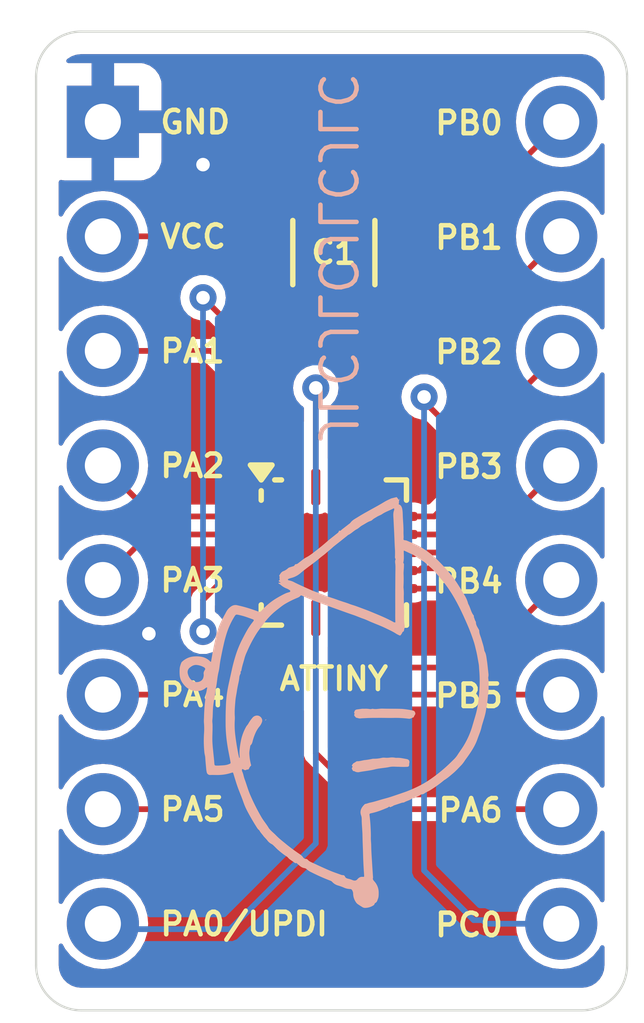
<source format=kicad_pcb>
(kicad_pcb (version 20240108) (generator "pcbnew") (generator_version "8.0")
  (layers (0 "F.Cu" signal) (31 "B.Cu" signal) (34 "B.Paste" user) (35 "F.Paste" user) (36 "B.SilkS" user "B.Silkscreen") (37 "F.SilkS" user "F.Silkscreen") (38 "B.Mask" user) (39 "F.Mask" user) (44 "Edge.Cuts" user))
  (net 0 "")
  (net 1 "GND")
  (net 2 "VCC")
  (net 7 "Net-(J1-Pin_8)")
  (net 8 "Net-(J1-Pin_12)")
  (net 9 "Net-(J1-Pin_5)")
  (net 10 "Net-(J1-Pin_15)")
  (net 11 "Net-(J1-Pin_16)")
  (net 12 "Net-(J1-Pin_4)")
  (net 13 "Net-(J1-Pin_10)")
  (net 14 "Net-(J1-Pin_7)")
  (net 15 "Net-(J1-Pin_6)")
  (net 16 "Net-(J1-Pin_3)")
  (net 17 "Net-(J1-Pin_9)")
  (net 18 "Net-(J1-Pin_11)")
  (net 19 "Net-(J1-Pin_14)")
  (net 20 "Net-(J1-Pin_13)")
  (footprint "Capacitor_SMD:C_1206_3216Metric_Pad1.33x1.80mm_HandSolder" (layer "F.Cu") (at 151 93.9 90)
    (property "Reference" "C1")
    (property "Value" "C")
  )
  (footprint "Package_DFN_QFN:VQFN-20-1EP_3x3mm_P0.4mm_EP1.7x1.7mm" (layer "F.Cu") (at 151 100.55)
    (property "Reference" "ATTINY")
    (property "Value" "ATtiny1616-M")
  )
  (footprint "Package_DIP:DIP-16_W10.16mm" (layer "F.Cu") (at 145.88 91)
    (property "Reference" "J1" (hide yes))
    (property "Value" "Conn_02x08_Counter_Clockwise" (hide yes))
  )
  (gr_poly (pts (xy 149.5 104.25) (xy 149.499774 104.252771) (xy 149.499601 104.254069) (xy 149.499388 104.25531) (xy 149.499133 104.256498) (xy 149.498838 104.257632) (xy 149.498501 104.258716) (xy 149.498123 104.25975) (xy 149.497703 104.260736) (xy 149.49724 104.261677) (xy 149.496735 104.262573) (xy 149.496187 104.263427) (xy 149.495597 104.26424) (xy 149.494962 104.265014) (xy 149.494284 104.26575) (xy 149.493562 104.266451) (xy 149.492796 104.267117) (xy 149.491985 104.267752) (xy 149.49113 104.268356) (xy 149.490229 104.26893) (xy 149.48829 104.27) (xy 149.486168 104.270975) (xy 149.483859 104.271867) (xy 149.481361 104.272692) (xy 149.478671 104.273463) (xy 149.479 104.271187) (xy 149.479489 104.268963) (xy 149.480132 104.266797) (xy 149.480924 104.264696) (xy 149.48186 104.262666) (xy 149.482933 104.260715) (xy 149.48414 104.258849) (xy 149.485473 104.257074) (xy 149.486928 104.255398) (xy 149.4885 104.253827) (xy 149.490182 104.252367) (xy 149.49197 104.251027) (xy 149.493858 104.249811) (xy 149.495841 104.248728) (xy 149.497913 104.247784) (xy 149.500068 104.246985)) (stroke (width -0.000001)) (fill solid) (layer "B.SilkS"))
  (gr_poly (pts (xy 152.675595 105.19764) (xy 152.675396 105.201822) (xy 152.675007 105.206095) (xy 152.67443 105.210455) (xy 152.673663 105.214901) (xy 152.672708 105.21943) (xy 152.671563 105.224039) (xy 152.67092 105.226649) (xy 152.670381 105.22928) (xy 152.669948 105.231928) (xy 152.669621 105.23459) (xy 152.669399 105.237263) (xy 152.669284 105.239944) (xy 152.669276 105.242629) (xy 152.669374 105.245316) (xy 152.66952 105.252806) (xy 152.669306 105.25967) (xy 152.669058 105.262873) (xy 152.668711 105.265927) (xy 152.668263 105.268836) (xy 152.667711 105.271601) (xy 152.667052 105.274225) (xy 152.666284 105.276711) (xy 152.665403 105.279061) (xy 152.664407 105.281279) (xy 152.663292 105.283367) (xy 152.662057 105.285328) (xy 152.660698 105.287164) (xy 152.659212 105.288878) (xy 152.657596 105.290472) (xy 152.655848 105.29195) (xy 152.653965 105.293314) (xy 152.651944 105.294567) (xy 152.649782 105.295711) (xy 152.647476 105.296749) (xy 152.645024 105.297684) (xy 152.642422 105.298518) (xy 152.639669 105.299254) (xy 152.63676 105.299896) (xy 152.633693 105.300444) (xy 152.630465 105.300903) (xy 152.623516 105.301561) (xy 152.61589 105.301893) (xy 152.593504 105.302676) (xy 152.571111 105.303167) (xy 152.548717 105.303364) (xy 152.526322 105.303268) (xy 152.503931 105.302878) (xy 152.481546 105.302195) (xy 152.45917 105.301219) (xy 152.436806 105.299949) (xy 152.436806 105.29995) (xy 152.425579 105.300144) (xy 152.414017 105.300071) (xy 152.389996 105.299368) (xy 152.339156 105.297444) (xy 152.312787 105.297199) (xy 152.299463 105.297469) (xy 152.286083 105.298082) (xy 152.272676 105.299099) (xy 152.259269 105.300582) (xy 152.245891 105.30259) (xy 152.23257 105.305186) (xy 152.212377 105.309349) (xy 152.192126 105.313055) (xy 152.151484 105.319386) (xy 152.069897 105.329773) (xy 152.029096 105.334996) (xy 151.988388 105.341015) (xy 151.947843 105.348416) (xy 151.927656 105.352816) (xy 151.907536 105.35778) (xy 151.872445 105.366309) (xy 151.837058 105.37372) (xy 151.801439 105.380243) (xy 151.765649 105.386108) (xy 151.622032 105.407601) (xy 151.611055 105.409382) (xy 151.600105 105.411226) (xy 151.589171 105.41318) (xy 151.578244 105.415293) (xy 151.570876 105.417209) (xy 151.563455 105.418754) (xy 151.555994 105.41993) (xy 151.548507 105.420737) (xy 151.541006 105.421178) (xy 151.533505 105.421253) (xy 151.526018 105.420965) (xy 151.518558 105.420315) (xy 151.511138 105.419304) (xy 151.503772 105.417934) (xy 151.496473 105.416206) (xy 151.489254 105.414122) (xy 151.482128 105.411684) (xy 151.47511 105.408892) (xy 151.468213 105.405748) (xy 151.461449 105.402254) (xy 151.46057 105.401594) (xy 151.45967 105.40097) (xy 151.458748 105.400381) (xy 151.457807 105.399828) (xy 151.456847 105.399311) (xy 151.455869 105.398832) (xy 151.454875 105.398389) (xy 151.453865 105.397984) (xy 151.452841 105.397618) (xy 151.451804 105.39729) (xy 151.450754 105.397) (xy 151.449693 105.39675) (xy 151.448622 105.39654) (xy 151.447542 105.39637) (xy 151.446453 105.39624) (xy 151.445359 105.396152) (xy 151.442843 105.396404) (xy 151.440489 105.396497) (xy 151.438288 105.39644) (xy 151.436233 105.396238) (xy 151.434317 105.3959) (xy 151.432532 105.395432) (xy 151.43087 105.394841) (xy 151.429326 105.394134) (xy 151.42789 105.393319) (xy 151.426556 105.392403) (xy 151.425316 105.391393) (xy 151.424162 105.390295) (xy 151.423088 105.389118) (xy 151.422086 105.387868) (xy 151.421148 105.386552) (xy 151.420268 105.385177) (xy 151.419436 105.383751) (xy 151.418647 105.382281) (xy 151.417166 105.379235) (xy 151.414384 105.372926) (xy 151.412963 105.369776) (xy 151.411445 105.366705) (xy 151.41063 105.365217) (xy 151.409768 105.36377) (xy 151.408852 105.362371) (xy 151.407874 105.361028) (xy 151.406716 105.359723) (xy 151.405635 105.358376) (xy 151.404629 105.35699) (xy 151.4037 105.355568) (xy 151.402846 105.354113) (xy 151.402069 105.352628) (xy 151.401368 105.351115) (xy 151.400743 105.349577) (xy 151.400194 105.348017) (xy 151.399721 105.346439) (xy 151.399324 105.344844) (xy 151.399003 105.343236) (xy 151.398757 105.341618) (xy 151.398588 105.339992) (xy 151.398494 105.338361) (xy 151.398476 105.336729) (xy 151.398534 105.335097) (xy 151.398667 105.333469) (xy 151.398876 105.331847) (xy 151.399161 105.330235) (xy 151.399521 105.328636) (xy 151.399956 105.327051) (xy 151.400468 105.325485) (xy 151.401054 105.323939) (xy 151.401717 105.322417) (xy 151.402454 105.320922) (xy 151.403267 105.319455) (xy 151.404155 105.318022) (xy 151.405119 105.316623) (xy 151.406158 105.315262) (xy 151.407272 105.313942) (xy 151.408461 105.312665) (xy 151.40933 105.311518) (xy 151.410166 105.310369) (xy 151.410959 105.309214) (xy 151.411699 105.308051) (xy 151.412375 105.306877) (xy 151.412976 105.305691) (xy 151.413494 105.304488) (xy 151.413718 105.30388) (xy 151.413916 105.303267) (xy 151.414089 105.302648) (xy 151.414234 105.302024) (xy 151.414351 105.301394) (xy 151.414437 105.300758) (xy 151.414492 105.300115) (xy 151.414514 105.299465) (xy 151.414502 105.298808) (xy 151.414455 105.298144) (xy 151.414372 105.297471) (xy 151.41425 105.29679) (xy 151.41409 105.296101) (xy 151.413889 105.295403) (xy 151.413646 105.294695) (xy 151.413361 105.293978) (xy 151.413031 105.293251) (xy 151.412656 105.292514) (xy 151.412192 105.291721) (xy 151.411664 105.290941) (xy 151.411079 105.290172) (xy 151.410443 105.289413) (xy 151.409047 105.287922) (xy 151.40753 105.286457) (xy 151.404355 105.283566) (xy 151.402805 105.28212) (xy 151.401355 105.280661) (xy 151.400057 105.279179) (xy 151.399483 105.278426) (xy 151.398967 105.277664) (xy 151.398517 105.276891) (xy 151.39814 105.276106) (xy 151.397841 105.275308) (xy 151.397629 105.274496) (xy 151.39751 105.273668) (xy 151.397491 105.272824) (xy 151.397579 105.271961) (xy 151.397779 105.271079) (xy 151.398101 105.270177) (xy 151.398549 105.269252) (xy 151.399131 105.268305) (xy 151.399854 105.267334) (xy 151.402394 105.264068) (xy 151.404845 105.260697) (xy 151.409573 105.253745) (xy 151.414222 105.246689) (xy 151.418974 105.239742) (xy 151.421447 105.236376) (xy 151.424014 105.233118) (xy 151.426698 105.229993) (xy 151.429523 105.227029) (xy 151.432511 105.224252) (xy 151.435685 105.221689) (xy 151.437349 105.220495) (xy 151.439068 105.219366) (xy 151.440845 105.218303) (xy 151.442683 105.21731) (xy 151.449053 105.213916) (xy 151.45536 105.210408) (xy 151.461601 105.206788) (xy 151.467776 105.203056) (xy 151.473882 105.199213) (xy 151.479918 105.195259) (xy 151.485883 105.191197) (xy 151.491775 105.187027) (xy 151.493097 105.185996) (xy 151.494453 105.185018) (xy 151.495842 105.184093) (xy 151.497262 105.183222) (xy 151.498711 105.182406) (xy 151.500188 105.181644) (xy 151.501692 105.180939) (xy 151.50322 105.18029) (xy 151.504771 105.179698) (xy 151.506343 105.179165) (xy 151.507936 105.178689) (xy 151.509546 105.178273) (xy 151.511173 105.177916) (xy 151.512815 105.17762) (xy 151.514471 105.177384) (xy 151.516138 105.177211) (xy 151.526515 105.177314) (xy 151.536831 105.176978) (xy 151.547092 105.17625) (xy 151.557305 105.175175) (xy 151.567476 105.173801) (xy 151.577609 105.172174) (xy 151.597789 105.168348) (xy 151.63797 105.159712) (xy 151.658066 105.155646) (xy 151.678229 105.152247) (xy 151.699781 105.149929) (xy 151.721292 105.147292) (xy 151.742759 105.144334) (xy 151.764179 105.141058) (xy 151.785547 105.137464) (xy 151.806861 105.133551) (xy 151.828117 105.129322) (xy 151.849311 105.124776) (xy 151.853668 105.123889) (xy 151.858049 105.123146) (xy 151.862449 105.122547) (xy 151.866865 105.122092) (xy 151.871293 105.121782) (xy 151.875731 105.121617) (xy 151.880174 105.121596) (xy 151.884619 105.121721) (xy 151.906884 105.121627) (xy 151.929121 105.120863) (xy 151.951314 105.11943) (xy 151.973449 105.11733) (xy 151.99551 105.114565) (xy 152.017483 105.111136) (xy 152.039353 105.107045) (xy 152.061105 105.102294) (xy 152.065772 105.101331) (xy 152.070456 105.100471) (xy 152.075154 105.099714) (xy 152.079865 105.099061) (xy 152.084587 105.098512) (xy 152.089318 105.098067) (xy 152.094057 105.097726) (xy 152.098801 105.097489) (xy 152.10355 105.097356) (xy 152.108301 105.097327) (xy 152.113053 105.097403) (xy 152.117803 105.097582) (xy 152.122551 105.097866) (xy 152.127294 105.098255) (xy 152.132031 105.098747) (xy 152.13676 105.099345) (xy 152.150128 105.100209) (xy 152.163506 105.100694) (xy 152.176888 105.100801) (xy 152.190264 105.100531) (xy 152.203628 105.099883) (xy 152.21697 105.098857) (xy 152.230284 105.097455) (xy 152.24356 105.095675) (xy 152.256887 105.094182) (xy 152.270246 105.093196) (xy 152.283624 105.092717) (xy 152.297005 105.092745) (xy 152.310376 105.093279) (xy 152.323721 105.094318) (xy 152.337028 105.095864) (xy 152.35028 105.097915) (xy 152.355204 105.098906) (xy 152.360152 105.099748) (xy 152.365122 105.100437) (xy 152.370109 105.100976) (xy 152.37511 105.101362) (xy 152.380121 105.101597) (xy 152.38514 105.101678) (xy 152.390162 105.101608) (xy 152.404435 105.101088) (xy 152.418652 105.10105) (xy 152.432818 105.101452) (xy 152.446936 105.102256) (xy 152.46101 105.103422) (xy 152.475044 105.104911) (xy 152.50301 105.108699) (xy 152.530866 105.113303) (xy 152.558643 105.118408) (xy 152.614091 105.128854) (xy 152.61884 105.129804) (xy 152.623398 105.13091) (xy 152.627764 105.132169) (xy 152.631939 105.133579) (xy 152.635923 105.135137) (xy 152.639716 105.136841) (xy 152.643319 105.138688) (xy 152.64673 105.140676) (xy 152.649951 105.142802) (xy 152.652981 105.145063) (xy 152.65582 105.147458) (xy 152.658469 105.149983) (xy 152.660927 105.152636) (xy 152.663196 105.155415) (xy 152.665273 105.158317) (xy 152.667161 105.161339) (xy 152.668859 105.16448) (xy 152.670366 105.167736) (xy 152.671684 105.171104) (xy 152.672811 105.174584) (xy 152.673749 105.178171) (xy 152.674498 105.181864) (xy 152.675056 105.18566) (xy 152.675425 105.189556) (xy 152.675605 105.19355)) (stroke (width -0.000001)) (fill solid) (layer "B.SilkS"))
  (gr_poly (pts (xy 154.430352 103.56131) (xy 154.429293 103.588579) (xy 154.427354 103.615798) (xy 154.424792 103.642981) (xy 154.418821 103.697299) (xy 154.415925 103.724464) (xy 154.413431 103.751654) (xy 154.409543 103.793888) (xy 154.404827 103.836008) (xy 154.399402 103.87803) (xy 154.393385 103.919966) (xy 154.380051 104.00364) (xy 154.365776 104.087143) (xy 154.361336 104.107838) (xy 154.356631 104.128472) (xy 154.351662 104.149043) (xy 154.346431 104.169547) (xy 154.340937 104.189983) (xy 154.335182 104.210347) (xy 154.329166 104.230637) (xy 154.322889 104.250852) (xy 154.316516 104.272796) (xy 154.30986 104.294672) (xy 154.296296 104.338357) (xy 154.289684 104.360233) (xy 154.283383 104.382177) (xy 154.27754 104.404221) (xy 154.272305 104.426401) (xy 154.269009 104.440627) (xy 154.265406 104.454736) (xy 154.257388 104.482641) (xy 154.248465 104.510198) (xy 154.238849 104.537493) (xy 154.197715 104.645706) (xy 154.190171 104.666608) (xy 154.182823 104.687585) (xy 154.175337 104.708505) (xy 154.171437 104.718902) (xy 154.167378 104.729235) (xy 154.155306 104.757965) (xy 154.142493 104.786245) (xy 154.128986 104.814104) (xy 154.114832 104.84157) (xy 154.100076 104.868671) (xy 154.084765 104.895437) (xy 154.052666 104.948073) (xy 154.018907 104.999706) (xy 153.983861 105.050565) (xy 153.9479 105.100875) (xy 153.911397 105.150865) (xy 153.903002 105.16401) (xy 153.894378 105.177002) (xy 153.885528 105.189838) (xy 153.876454 105.202515) (xy 153.867157 105.21503) (xy 153.85764 105.227379) (xy 153.847905 105.23956) (xy 153.837954 105.251571) (xy 153.742028 105.351437) (xy 153.717704 105.376019) (xy 153.692965 105.40011) (xy 153.667672 105.423539) (xy 153.654774 105.434952) (xy 153.641686 105.446137) (xy 153.595075 105.485619) (xy 153.571631 105.505308) (xy 153.547918 105.524703) (xy 153.523806 105.543607) (xy 153.499163 105.561827) (xy 153.4866 105.570618) (xy 153.473856 105.579165) (xy 153.460913 105.587443) (xy 153.447754 105.595428) (xy 153.444527 105.597614) (xy 153.44135 105.59987) (xy 153.438224 105.602194) (xy 153.435151 105.604587) (xy 153.432131 105.607046) (xy 153.429165 105.609572) (xy 153.426255 105.612163) (xy 153.423402 105.614819) (xy 153.389349 105.642233) (xy 153.354849 105.669066) (xy 153.319909 105.695314) (xy 153.284536 105.720971) (xy 153.248739 105.746032) (xy 153.212524 105.770492) (xy 153.1759 105.794345) (xy 153.138872 105.817586) (xy 153.131082 105.822484) (xy 153.123181 105.827132) (xy 153.115189 105.83157) (xy 153.107124 105.835838) (xy 153.090849 105.844014) (xy 153.074504 105.851974) (xy 153.058237 105.860031) (xy 153.042196 105.868496) (xy 153.034307 105.872979) (xy 153.026529 105.877682) (xy 153.018882 105.882642) (xy 153.011385 105.887901) (xy 153.008048 105.890504) (xy 153.00462 105.892965) (xy 153.001104 105.895281) (xy 152.997506 105.897451) (xy 152.99383 105.899473) (xy 152.990081 105.901345) (xy 152.986263 105.903065) (xy 152.982382 105.904632) (xy 152.978442 105.906044) (xy 152.974447 105.907299) (xy 152.970402 105.908395) (xy 152.966312 105.90933) (xy 152.962182 105.910103) (xy 152.958017 105.910712) (xy 152.95382 105.911156) (xy 152.949597 105.911431) (xy 152.947353 105.911693) (xy 152.945128 105.912044) (xy 152.942925 105.912482) (xy 152.940745 105.913008) (xy 152.938591 105.913619) (xy 152.936465 105.914315) (xy 152.934371 105.915095) (xy 152.93231 105.915957) (xy 152.930286 105.9169) (xy 152.928299 105.917924) (xy 152.926354 105.919027) (xy 152.924452 105.920208) (xy 152.922595 105.921466) (xy 152.920787 105.9228) (xy 152.91903 105.924209) (xy 152.917326 105.925692) (xy 152.91073 105.930279) (xy 152.903927 105.93447) (xy 152.896948 105.938327) (xy 152.889824 105.94191) (xy 152.882586 105.94528) (xy 152.875267 105.9485) (xy 152.860508 105.954731) (xy 152.845799 105.961093) (xy 152.838542 105.964477) (xy 152.831391 105.968078) (xy 152.824379 105.971957) (xy 152.817536 105.976176) (xy 152.810894 105.980795) (xy 152.804484 105.985876) (xy 152.802298 105.987128) (xy 152.800073 105.988295) (xy 152.797812 105.989378) (xy 152.795516 105.990375) (xy 152.793188 105.991287) (xy 152.790831 105.992113) (xy 152.788446 105.992851) (xy 152.786037 105.993502) (xy 152.783606 105.994065) (xy 152.781156 105.994538) (xy 152.778688 105.994923) (xy 152.776205 105.995217) (xy 152.77371 105.99542) (xy 152.771205 105.995533) (xy 152.768692 105.995553) (xy 152.766175 105.995481) (xy 152.763648 105.995543) (xy 152.761132 105.995701) (xy 152.75863 105.995955) (xy 152.756143 105.996303) (xy 152.753675 105.996744) (xy 152.751227 105.997279) (xy 152.748804 105.997905) (xy 152.746407 105.998622) (xy 152.744039 105.999429) (xy 152.741702 106.000326) (xy 152.739399 106.001312) (xy 152.737133 106.002385) (xy 152.734906 106.003545) (xy 152.732721 106.004791) (xy 152.73058 106.006122) (xy 152.728486 106.007538) (xy 152.718989 106.014454) (xy 152.709208 106.020764) (xy 152.699178 106.026542) (xy 152.688935 106.031863) (xy 152.678513 106.036801) (xy 152.667947 106.041428) (xy 152.646526 106.05005) (xy 152.62495 106.058321) (xy 152.603502 106.066831) (xy 152.592913 106.071361) (xy 152.582461 106.076172) (xy 152.572181 106.08134) (xy 152.562108 106.086936) (xy 152.560414 106.087881) (xy 152.558712 106.088739) (xy 152.55528 106.090215) (xy 152.551817 106.091404) (xy 152.548327 106.092344) (xy 152.544816 106.093077) (xy 152.541287 106.093641) (xy 152.537745 106.094077) (xy 152.534194 106.094423) (xy 152.527086 106.095006) (xy 152.519999 106.095707) (xy 152.516474 106.096201) (xy 152.512969 106.096844) (xy 152.509487 106.097675) (xy 152.506033 106.098733) (xy 152.337236 106.154768) (xy 152.333691 106.156118) (xy 152.330238 106.157654) (xy 152.326862 106.159348) (xy 152.323545 106.161169) (xy 152.320271 106.16309) (xy 152.317024 106.165082) (xy 152.310545 106.169163) (xy 152.303977 106.173181) (xy 152.300619 106.175095) (xy 152.297189 106.176907) (xy 152.293672 106.178589) (xy 152.29005 106.180111) (xy 152.286308 106.181445) (xy 152.282429 106.182562) (xy 152.280858 106.183009) (xy 152.279303 106.183544) (xy 152.277762 106.184157) (xy 152.276234 106.184836) (xy 152.273209 106.186347) (xy 152.27022 106.187985) (xy 152.264305 106.191281) (xy 152.261359 106.192757) (xy 152.259884 106.193412) (xy 152.258407 106.193998) (xy 152.256925 106.194501) (xy 152.255438 106.194912) (xy 152.253944 106.195219) (xy 152.252443 106.19541) (xy 152.250932 106.195473) (xy 152.249411 106.195399) (xy 152.247877 106.195175) (xy 152.246331 106.19479) (xy 152.244771 106.194233) (xy 152.243194 106.193491) (xy 152.241601 106.192555) (xy 152.23999 106.191413) (xy 152.238359 106.190052) (xy 152.236707 106.188463) (xy 152.235033 106.186633) (xy 152.233336 106.184551) (xy 152.233169 106.184384) (xy 152.232951 106.184241) (xy 152.232683 106.184122) (xy 152.232369 106.184025) (xy 152.232012 106.183952) (xy 152.231615 106.1839) (xy 152.230712 106.18386) (xy 152.229684 106.183901) (xy 152.228557 106.184018) (xy 152.227354 106.184207) (xy 152.2261 106.184463) (xy 152.22482 106.184782) (xy 152.223536 106.185158) (xy 152.222275 106.185588) (xy 152.22106 106.186066) (xy 152.219915 106.186588) (xy 152.218865 106.18715) (xy 152.217934 106.187747) (xy 152.217521 106.188056) (xy 152.217147 106.188373) (xy 152.212136 106.19264) (xy 152.206965 106.19655) (xy 152.201648 106.200138) (xy 152.196202 106.203437) (xy 152.190641 106.206484) (xy 152.184981 106.209312) (xy 152.179236 106.211956) (xy 152.173422 106.21445) (xy 152.161649 106.21913) (xy 152.149782 106.223627) (xy 152.137943 106.228219) (xy 152.132073 106.230638) (xy 152.126255 106.233183) (xy 152.116098 106.237646) (xy 152.105897 106.241895) (xy 152.085417 106.249972) (xy 152.064926 106.25786) (xy 152.05471 106.261871) (xy 152.044533 106.266002) (xy 152.016854 106.276251) (xy 151.988985 106.285942) (xy 151.960933 106.295073) (xy 151.932707 106.303641) (xy 151.904316 106.311645) (xy 151.875768 106.31908) (xy 151.847072 106.325946) (xy 151.818235 106.332239) (xy 151.813489 106.333473) (xy 151.811311 106.334123) (xy 151.809259 106.334798) (xy 151.807329 106.335498) (xy 151.80552 106.336227) (xy 151.803828 106.336985) (xy 151.80225 106.337774) (xy 151.800783 106.338596) (xy 151.799423 106.339453) (xy 151.798168 106.340347) (xy 151.797016 106.341279) (xy 151.795962 106.342251) (xy 151.795004 106.343266) (xy 151.794138 106.344323) (xy 151.793362 106.345426) (xy 151.792673 106.346576) (xy 151.792068 106.347775) (xy 151.791543 106.349025) (xy 151.791096 106.350327) (xy 151.790724 106.351683) (xy 151.790423 106.353095) (xy 151.79019 106.354565) (xy 151.790023 106.356094) (xy 151.789919 106.357684) (xy 151.789874 106.359337) (xy 151.78995 106.362839) (xy 151.790228 106.366613) (xy 151.790683 106.370674) (xy 151.79798 106.431599) (xy 151.804275 106.492622) (xy 151.80942 106.553757) (xy 151.811515 106.584371) (xy 151.813265 106.61502) (xy 151.816485 106.678542) (xy 151.819169 106.742078) (xy 151.820093 106.773853) (xy 151.820622 106.805632) (xy 151.82067 106.837417) (xy 151.820149 106.869207) (xy 151.820028 106.890463) (xy 151.82064 106.911666) (xy 151.821777 106.932832) (xy 151.823228 106.953975) (xy 151.826232 106.996257) (xy 151.827367 107.017425) (xy 151.827975 107.038633) (xy 151.82926 107.097617) (xy 151.831442 107.156594) (xy 151.834315 107.215549) (xy 151.837672 107.274471) (xy 151.852331 107.505753) (xy 151.86761 107.736996) (xy 151.867937 107.738353) (xy 151.868232 107.739715) (xy 151.868494 107.741083) (xy 151.868725 107.742456) (xy 151.868923 107.743833) (xy 151.869089 107.745213) (xy 151.869223 107.746597) (xy 151.869325 107.747983) (xy 151.869394 107.749372) (xy 151.869431 107.750761) (xy 151.869436 107.752152) (xy 151.869408 107.753543) (xy 151.869348 107.754933) (xy 151.869255 107.756323) (xy 151.86913 107.757712) (xy 151.868972 107.759098) (xy 151.867837 107.762378) (xy 151.86689 107.765576) (xy 151.866125 107.768696) (xy 151.865537 107.77174) (xy 151.86512 107.774713) (xy 151.864868 107.777617) (xy 151.864776 107.780456) (xy 151.864837 107.783232) (xy 151.865046 107.785951) (xy 151.865397 107.788614) (xy 151.865884 107.791224) (xy 151.866502 107.793786) (xy 151.867245 107.796303) (xy 151.868106 107.798777) (xy 151.869082 107.801213) (xy 151.870164 107.803613) (xy 151.872629 107.80832) (xy 151.875455 107.812924) (xy 151.878595 107.817452) (xy 151.882004 107.82193) (xy 151.885636 107.826385) (xy 151.889445 107.830844) (xy 151.897407 107.839875) (xy 151.909035 107.853229) (xy 151.919969 107.867066) (xy 151.930198 107.881359) (xy 151.939713 107.896079) (xy 151.948502 107.9112) (xy 151.956556 107.926694) (xy 151.963864 107.942534) (xy 151.970415 107.95869) (xy 151.976199 107.975138) (xy 151.981205 107.991847) (xy 151.985424 108.008792) (xy 151.988844 108.025944) (xy 151.991456 108.043277) (xy 151.993249 108.060761) (xy 151.994212 108.078371) (xy 151.994335 108.096078) (xy 151.993976 108.130684) (xy 151.993352 108.147781) (xy 151.992123 108.164755) (xy 151.99121 108.173199) (xy 151.990058 108.181616) (xy 151.98864 108.190007) (xy 151.986925 108.198373) (xy 151.984885 108.206716) (xy 151.982491 108.215038) (xy 151.979715 108.223339) (xy 151.976526 108.23162) (xy 151.974026 108.237945) (xy 151.971657 108.244325) (xy 151.96707 108.257113) (xy 151.962282 108.269699) (xy 151.959662 108.275827) (xy 151.95681 108.281797) (xy 151.953666 108.287574) (xy 151.950169 108.293123) (xy 151.946258 108.298407) (xy 151.94413 108.300939) (xy 151.941875 108.303391) (xy 151.939486 108.305759) (xy 151.936957 108.30804) (xy 151.934278 108.310227) (xy 151.931444 108.312317) (xy 151.928446 108.314305) (xy 151.925276 108.316187) (xy 151.921928 108.317959) (xy 151.918393 108.319615) (xy 151.917489 108.320041) (xy 151.916622 108.320508) (xy 151.915791 108.321013) (xy 151.914993 108.321555) (xy 151.914228 108.322133) (xy 151.913495 108.322743) (xy 151.912791 108.323386) (xy 151.912116 108.324059) (xy 151.911469 108.324761) (xy 151.910847 108.325489) (xy 151.91025 108.326242) (xy 151.909677 108.32702) (xy 151.908594 108.328638) (xy 151.907589 108.33033) (xy 151.90665 108.332083) (xy 151.905768 108.333884) (xy 151.904931 108.335718) (xy 151.904128 108.337574) (xy 151.901052 108.344937) (xy 151.900394 108.346789) (xy 151.899666 108.348608) (xy 151.898868 108.350393) (xy 151.898003 108.352142) (xy 151.89707 108.353852) (xy 151.896073 108.355524) (xy 151.895011 108.357153) (xy 151.893887 108.358739) (xy 151.892702 108.36028) (xy 151.891457 108.361774) (xy 151.890153 108.363219) (xy 151.888792 108.364614) (xy 151.887375 108.365955) (xy 151.885904 108.367243) (xy 151.884379 108.368474) (xy 151.882803 108.369648) (xy 151.871727 108.376808) (xy 151.860415 108.383526) (xy 151.848883 108.389798) (xy 151.837142 108.395619) (xy 151.825207 108.400986) (xy 151.813091 108.405894) (xy 151.800807 108.41034) (xy 151.788368 108.414319) (xy 151.775789 108.417828) (xy 151.763082 108.420862) (xy 151.750262 108.423417) (xy 151.737341 108.42549) (xy 151.724332 108.427076) (xy 151.71125 108.428172) (xy 151.698108 108.428773) (xy 151.684919 108.428875) (xy 151.681275 108.428564) (xy 151.677649 108.428138) (xy 151.674044 108.427598) (xy 151.670463 108.426944) (xy 151.666908 108.426177) (xy 151.663382 108.425298) (xy 151.659887 108.424308) (xy 151.656426 108.423208) (xy 151.653002 108.421998) (xy 151.649617 108.420681) (xy 151.646274 108.419255) (xy 151.642975 108.417723) (xy 151.639724 108.416086) (xy 151.636523 108.414343) (xy 151.633373 108.412497) (xy 151.630279 108.410547) (xy 151.604675 108.394619) (xy 151.579206 108.378466) (xy 151.553926 108.362027) (xy 151.528885 108.34524) (xy 151.525729 108.342901) (xy 151.522638 108.340483) (xy 151.519613 108.337989) (xy 151.516657 108.33542) (xy 151.51377 108.332777) (xy 151.510953 108.330062) (xy 151.508208 108.327276) (xy 151.505536 108.32442) (xy 151.502939 108.321497) (xy 151.500418 108.318507) (xy 151.497973 108.315452) (xy 151.495608 108.312333) (xy 151.493322 108.309153) (xy 151.491117 108.305911) (xy 151.488994 108.302611) (xy 151.486955 108.299252) (xy 151.480339 108.289258) (xy 151.474094 108.279057) (xy 151.468225 108.268662) (xy 151.462734 108.258083) (xy 151.457626 108.24733) (xy 151.452904 108.236413) (xy 151.448572 108.225344) (xy 151.444632 108.214133) (xy 151.441089 108.202791) (xy 151.437946 108.191327) (xy 151.435206 108.179753) (xy 151.432873 108.168079) (xy 151.430951 108.156316) (xy 151.429442 108.144475) (xy 151.428351 108.132564) (xy 151.427682 108.120597) (xy 151.427756 108.115102) (xy 151.427625 108.109622) (xy 151.427289 108.104162) (xy 151.426751 108.098728) (xy 151.426012 108.093326) (xy 151.425073 108.087959) (xy 151.423935 108.082636) (xy 151.422601 108.07736) (xy 151.421072 108.072137) (xy 151.419348 108.066973) (xy 151.417433 108.061873) (xy 151.415327 108.056843) (xy 151.413031 108.051888) (xy 151.410548 108.047015) (xy 151.407879 108.042227) (xy 151.405025 108.037531) (xy 151.404235 108.035932) (xy 151.40339 108.034372) (xy 151.402493 108.032853) (xy 151.401543 108.031375) (xy 151.400543 108.02994) (xy 151.399494 108.028548) (xy 151.398398 108.0272) (xy 151.397256 108.025898) (xy 151.39607 108.024641) (xy 151.394842 108.023431) (xy 151.393572 108.022269) (xy 151.392262 108.021157) (xy 151.390915 108.020093) (xy 151.389531 108.019081) (xy 151.388111 108.018119) (xy 151.386658 108.017211) (xy 151.385174 108.016355) (xy 151.383658 108.015554) (xy 151.382114 108.014808) (xy 151.380542 108.014118) (xy 151.378944 108.013485) (xy 151.377322 108.01291) (xy 151.375677 108.012394) (xy 151.37401 108.011938) (xy 151.372324 108.011542) (xy 151.370619 108.011208) (xy 151.368898 108.010936) (xy 151.367161 108.010728) (xy 151.36541 108.010584) (xy 151.363647 108.010505) (xy 151.361873 108.010492) (xy 151.36009 108.010546) (xy 151.350634 108.010151) (xy 151.341203 108.009513) (xy 151.331801 108.008631) (xy 151.322432 108.007508) (xy 151.313102 108.006144) (xy 151.303814 108.004541) (xy 151.294574 108.0027) (xy 151.285386 108.000622) (xy 151.276255 107.998307) (xy 151.267185 107.995757) (xy 151.258181 107.992974) (xy 151.249247 107.989957) (xy 151.240388 107.986709) (xy 151.231608 107.983231) (xy 151.222913 107.979522) (xy 151.214307 107.975586) (xy 151.199382 107.969375) (xy 151.184366 107.963399) (xy 151.16926 107.957656) (xy 151.154069 107.952149) (xy 151.138793 107.946879) (xy 151.123437 107.941846) (xy 151.108003 107.937051) (xy 151.092494 107.932496) (xy 151.083197 107.929611) (xy 151.074024 107.926416) (xy 151.06498 107.922916) (xy 151.056074 107.919115) (xy 151.047313 107.915018) (xy 151.038703 107.910629) (xy 151.030252 107.905953) (xy 151.021967 107.900994) (xy 151.013855 107.895757) (xy 151.005924 107.890246) (xy 150.99818 107.884465) (xy 150.99063 107.878419) (xy 150.983283 107.872112) (xy 150.976144 107.865549) (xy 150.969221 107.858735) (xy 150.962522 107.851673) (xy 150.960587 107.84965) (xy 150.958596 107.847688) (xy 150.956552 107.845787) (xy 150.954456 107.843948) (xy 150.952309 107.842172) (xy 150.950113 107.840461) (xy 150.947869 107.838814) (xy 150.945579 107.837233) (xy 150.943244 107.83572) (xy 150.940865 107.834274) (xy 150.938445 107.832898) (xy 150.935984 107.831591) (xy 150.933484 107.830355) (xy 150.930947 107.829191) (xy 150.928374 107.828101) (xy 150.925766 107.827084) (xy 150.872207 107.806322) (xy 150.818939 107.784845) (xy 150.76597 107.762655) (xy 150.713307 107.739755) (xy 150.660957 107.716149) (xy 150.608926 107.691839) (xy 150.557223 107.666829) (xy 150.505855 107.641123) (xy 150.498342 107.637722) (xy 150.490908 107.634169) (xy 150.483553 107.630466) (xy 150.47628 107.626614) (xy 150.469091 107.622615) (xy 150.461988 107.618469) (xy 150.454974 107.614179) (xy 150.44805 107.609745) (xy 150.44122 107.60517) (xy 150.434484 107.600454) (xy 150.427846 107.5956) (xy 150.421307 107.590607) (xy 150.41487 107.585479) (xy 150.408536 107.580217) (xy 150.402309 107.574821) (xy 150.39619 107.569293) (xy 150.393095 107.566887) (xy 150.389925 107.564596) (xy 150.386683 107.56242) (xy 150.383372 107.560361) (xy 150.379995 107.55842) (xy 150.376557 107.5566) (xy 150.37306 107.5549) (xy 150.369506 107.553323) (xy 150.365901 107.55187) (xy 150.362246 107.550542) (xy 150.358545 107.549341) (xy 150.354802 107.548268) (xy 150.351019 107.547324) (xy 150.3472 107.546511) (xy 150.343347 107.54583) (xy 150.339466 107.545283) (xy 150.328553 107.542901) (xy 150.318061 107.539872) (xy 150.307958 107.536244) (xy 150.298214 107.532067) (xy 150.288794 107.52739) (xy 150.279668 107.522263) (xy 150.270803 107.516735) (xy 150.262168 107.510855) (xy 150.253731 107.504673) (xy 150.245459 107.498238) (xy 150.229285 107.484807) (xy 150.197517 107.457081) (xy 150.19513 107.454904) (xy 150.192847 107.452634) (xy 150.188472 107.447994) (xy 150.186316 107.445719) (xy 150.184139 107.443534) (xy 150.18191 107.441488) (xy 150.179597 107.439626) (xy 150.178399 107.438778) (xy 150.177169 107.437995) (xy 150.175902 107.43728) (xy 150.174595 107.43664) (xy 150.173243 107.436082) (xy 150.171843 107.43561) (xy 150.17039 107.43523) (xy 150.168881 107.434949) (xy 150.167312 107.434772) (xy 150.165679 107.434705) (xy 150.163978 107.434753) (xy 150.162205 107.434924) (xy 150.160356 107.435221) (xy 150.158427 107.435652) (xy 150.156415 107.436221) (xy 150.154314 107.436936) (xy 150.152623 107.437018) (xy 150.150937 107.43701) (xy 150.149261 107.436915) (xy 150.147599 107.436733) (xy 150.145952 107.436466) (xy 150.144324 107.436113) (xy 150.142719 107.435678) (xy 150.141139 107.43516) (xy 150.139589 107.434562) (xy 150.13807 107.433883) (xy 150.136587 107.433126) (xy 150.135143 107.432291) (xy 150.13374 107.431379) (xy 150.132382 107.430392) (xy 150.131073 107.429331) (xy 150.129815 107.428198) (xy 150.120599 107.420668) (xy 150.11113 107.413458) (xy 150.10146 107.406504) (xy 150.091639 107.399742) (xy 150.051853 107.373322) (xy 150.042034 107.366553) (xy 150.032367 107.359589) (xy 150.022902 107.352366) (xy 150.013691 107.34482) (xy 150.004784 107.336886) (xy 149.99623 107.328501) (xy 149.988082 107.319599) (xy 149.980389 107.310117) (xy 149.979108 107.308645) (xy 149.977794 107.307204) (xy 149.976448 107.305797) (xy 149.975069 107.304422) (xy 149.97366 107.303081) (xy 149.972219 107.301774) (xy 149.970749 107.300502) (xy 149.969249 107.299265) (xy 149.967721 107.298064) (xy 149.966164 107.296899) (xy 149.96458 107.295771) (xy 149.962969 107.29468) (xy 149.961332 107.293627) (xy 149.959669 107.292612) (xy 149.957981 107.291636) (xy 149.956269 107.290699) (xy 149.932069 107.274801) (xy 149.908191 107.258437) (xy 149.884642 107.241614) (xy 149.861428 107.224336) (xy 149.838556 107.206608) (xy 149.816032 107.188435) (xy 149.793863 107.169821) (xy 149.772056 107.150773) (xy 149.764336 107.144305) (xy 149.756776 107.137711) (xy 149.749357 107.131006) (xy 149.742061 107.124205) (xy 149.727764 107.110378) (xy 149.713738 107.09635) (xy 149.68591 107.068184) (xy 149.671815 107.054289) (xy 149.657402 107.040682) (xy 149.655403 107.038765) (xy 149.653374 107.036882) (xy 149.651315 107.035034) (xy 149.649227 107.033221) (xy 149.64711 107.031443) (xy 149.644964 107.0297) (xy 149.64279 107.027993) (xy 149.640588 107.026322) (xy 149.638359 107.024688) (xy 149.636104 107.02309) (xy 149.633822 107.02153) (xy 149.631514 107.020007) (xy 149.629181 107.018522) (xy 149.626823 107.017075) (xy 149.624441 107.015666) (xy 149.622034 107.014296) (xy 149.614166 107.010156) (xy 149.606448 107.005773) (xy 149.598886 107.001152) (xy 149.591486 106.996298) (xy 149.584251 106.991215) (xy 149.577188 106.985908) (xy 149.570301 106.980381) (xy 149.563595 106.974638) (xy 149.557076 106.968685) (xy 149.550748 106.962526) (xy 149.544617 106.956164) (xy 149.538688 106.949606) (xy 149.532965 106.942854) (xy 149.527454 106.935914) (xy 149.52216 106.928791) (xy 149.517088 106.921487) (xy 149.444668 106.843233) (xy 149.439382 106.835404) (xy 149.43387 106.827736) (xy 149.428172 106.8202) (xy 149.422326 106.812768) (xy 149.398245 106.78351) (xy 149.386335 106.768767) (xy 149.38055 106.761268) (xy 149.37493 106.753645) (xy 149.369514 106.745872) (xy 149.364341 106.737918) (xy 149.359451 106.729757) (xy 149.354882 106.721359) (xy 149.353862 106.719474) (xy 149.352779 106.717649) (xy 149.351637 106.715877) (xy 149.350439 106.714158) (xy 149.347893 106.710858) (xy 149.345171 106.70772) (xy 149.342303 106.704715) (xy 149.33932 106.701815) (xy 149.336253 106.69899) (xy 149.333131 106.696212) (xy 149.32685 106.690682) (xy 149.32375 106.687871) (xy 149.320718 106.684993) (xy 149.317785 106.682017) (xy 149.314982 106.678915) (xy 149.312338 106.675658) (xy 149.311085 106.673963) (xy 149.309884 106.672218) (xy 149.292549 106.645793) (xy 149.275469 106.619216) (xy 149.24201 106.565636) (xy 149.209378 106.511544) (xy 149.177441 106.457005) (xy 149.154165 106.416309) (xy 149.131256 106.37542) (xy 149.108717 106.33434) (xy 149.086545 106.293067) (xy 149.073328 106.26788) (xy 149.060616 106.242444) (xy 149.048414 106.216765) (xy 149.036726 106.190851) (xy 149.025554 106.164711) (xy 149.014902 106.138351) (xy 149.004773 106.11178) (xy 148.995171 106.085005) (xy 148.983958 106.053012) (xy 148.972365 106.021147) (xy 148.948289 105.957721) (xy 148.898339 105.831528) (xy 148.880889 105.786141) (xy 148.864395 105.740444) (xy 148.848698 105.694489) (xy 148.833635 105.648328) (xy 148.804772 105.555594) (xy 148.776519 105.462658) (xy 148.772428 105.449495) (xy 148.77062 105.444182) (xy 148.768869 105.439668) (xy 148.767992 105.4377) (xy 148.767101 105.435918) (xy 148.766187 105.434319) (xy 148.76524 105.432898) (xy 148.764251 105.431651) (xy 148.763211 105.430572) (xy 148.762109 105.429659) (xy 148.760937 105.428906) (xy 148.759685 105.42831) (xy 148.758344 105.427865) (xy 148.756905 105.427568) (xy 148.755357 105.427414) (xy 148.753692 105.427399) (xy 148.751899 105.427518) (xy 148.74997 105.427768) (xy 148.747896 105.428143) (xy 148.743272 105.429253) (xy 148.737951 105.430814) (xy 148.731858 105.432791) (xy 148.724918 105.43515) (xy 148.69563 105.444196) (xy 148.666089 105.452286) (xy 148.636317 105.459416) (xy 148.606339 105.465581) (xy 148.576178 105.470776) (xy 148.545856 105.474998) (xy 148.515399 105.478241) (xy 148.484829 105.480501) (xy 148.456978 105.482059) (xy 148.429194 105.482701) (xy 148.401464 105.482691) (xy 148.373771 105.482294) (xy 148.318445 105.481396) (xy 148.290783 105.481423) (xy 148.263102 105.482119) (xy 148.259381 105.482375) (xy 148.255688 105.482449) (xy 148.252029 105.482343) (xy 148.248408 105.482062) (xy 148.244829 105.481609) (xy 148.241298 105.480989) (xy 148.237819 105.480205) (xy 148.234397 105.47926) (xy 148.231037 105.478159) (xy 148.227743 105.476905) (xy 148.22452 105.475502) (xy 148.221373 105.473953) (xy 148.218307 105.472263) (xy 148.215326 105.470434) (xy 148.212436 105.468471) (xy 148.20964 105.466378) (xy 148.206944 105.464158) (xy 148.204352 105.461815) (xy 148.201869 105.459352) (xy 148.1995 105.456774) (xy 148.19725 105.454084) (xy 148.195123 105.451285) (xy 148.193124 105.448382) (xy 148.191258 105.445379) (xy 148.189529 105.442278) (xy 148.187943 105.439084) (xy 148.186503 105.435801) (xy 148.185216 105.432431) (xy 148.184085 105.42898) (xy 148.183115 105.42545) (xy 148.182311 105.421845) (xy 148.181678 105.418169) (xy 148.179881 105.410013) (xy 148.178213 105.401831) (xy 148.176673 105.393625) (xy 148.175263 105.385396) (xy 148.173981 105.377146) (xy 148.17283 105.368876) (xy 148.171807 105.360589) (xy 148.170915 105.352285) (xy 148.159103 105.223482) (xy 148.153765 105.159038) (xy 148.149258 105.094544) (xy 148.148686 105.087297) (xy 148.147887 105.080105) (xy 148.146893 105.07296) (xy 148.145733 105.065856) (xy 148.14304 105.051735) (xy 148.140052 105.037682) (xy 148.137013 105.023633) (xy 148.134168 105.009527) (xy 148.131762 104.995302) (xy 148.130799 104.988126) (xy 148.130038 104.980897) (xy 148.125335 104.929767) (xy 148.121671 104.878567) (xy 148.119047 104.827314) (xy 148.117462 104.776024) (xy 148.116917 104.724712) (xy 148.117413 104.673394) (xy 148.118949 104.622086) (xy 148.121527 104.570804) (xy 148.123651 104.538473) (xy 148.1251 104.506114) (xy 148.125874 104.47374) (xy 148.125972 104.44136) (xy 148.125395 104.408985) (xy 148.124142 104.376625) (xy 148.122215 104.344292) (xy 148.119613 104.311995) (xy 148.119332 104.30084) (xy 148.119202 104.289684) (xy 148.119222 104.278528) (xy 148.119392 104.267373) (xy 148.119712 104.256222) (xy 148.120182 104.245076) (xy 148.120803 104.233936) (xy 148.121573 104.222804) (xy 148.123062 104.161414) (xy 148.125501 104.100066) (xy 148.128886 104.03877) (xy 148.133219 103.977537) (xy 148.138498 103.916379) (xy 148.144722 103.855306) (xy 148.151891 103.794329) (xy 148.160003 103.733459) (xy 148.163475 103.709863) (xy 148.167283 103.686292) (xy 148.17563 103.639095) (xy 148.193277 103.543588) (xy 148.191278 103.54317) (xy 148.189338 103.542858) (xy 148.187456 103.542649) (xy 148.185629 103.542538) (xy 148.183856 103.542521) (xy 148.182134 103.542593) (xy 148.180462 103.54275) (xy 148.178836 103.542988) (xy 148.177256 103.543302) (xy 148.175719 103.543688) (xy 148.174223 103.544141) (xy 148.172766 103.544658) (xy 148.169961 103.545864) (xy 148.167287 103.54727) (xy 148.164728 103.548842) (xy 148.162268 103.550545) (xy 148.159889 103.552344) (xy 148.157575 103.554203) (xy 148.153078 103.557966) (xy 148.148644 103.561554) (xy 148.132011 103.573479) (xy 148.115169 103.583954) (xy 148.098124 103.593025) (xy 148.080881 103.600741) (xy 148.063446 103.607152) (xy 148.045824 103.612305) (xy 148.028022 103.616249) (xy 148.010044 103.619032) (xy 147.991896 103.620703) (xy 147.973584 103.62131) (xy 147.955114 103.620902) (xy 147.936491 103.619528) (xy 147.91772 103.617235) (xy 147.898808 103.614073) (xy 147.87976 103.61009) (xy 147.860581 103.605334) (xy 147.843767 103.600388) (xy 147.827507 103.594675) (xy 147.811787 103.58822) (xy 147.796596 103.581049) (xy 147.78192 103.573188) (xy 147.767748 103.56466) (xy 147.754065 103.555492) (xy 147.74086 103.545709) (xy 147.72812 103.535335) (xy 147.715831 103.524397) (xy 147.703982 103.51292) (xy 147.69256 103.500928) (xy 147.681552 103.488447) (xy 147.670945 103.475502) (xy 147.660726 103.462119) (xy 147.650883 103.448322) (xy 147.643825 103.438598) (xy 147.63713 103.428652) (xy 147.630803 103.418494) (xy 147.624849 103.408135) (xy 147.61927 103.397586) (xy 147.61407 103.386856) (xy 147.609255 103.375957) (xy 147.604827 103.364898) (xy 147.600791 103.35369) (xy 147.59715 103.342344) (xy 147.593909 103.33087) (xy 147.591072 103.319279) (xy 147.588642 103.30758) (xy 147.586624 103.295785) (xy 147.585021 103.283903) (xy 147.583838 103.271945) (xy 147.58204 103.249736) (xy 147.580841 103.227498) (xy 147.58024 103.205245) (xy 147.580238 103.182987) (xy 147.580834 103.160737) (xy 147.582029 103.138507) (xy 147.583821 103.116309) (xy 147.586211 103.094155) (xy 147.589559 103.080642) (xy 147.593193 103.067208) (xy 147.597113 103.053858) (xy 147.601317 103.040597) (xy 147.605804 103.027428) (xy 147.610571 103.014357) (xy 147.615618 103.001387) (xy 147.620943 102.988525) (xy 147.62143 102.987523) (xy 147.621944 102.986538) (xy 147.622486 102.985568) (xy 147.623055 102.984616) (xy 147.623651 102.983681) (xy 147.624273 102.982765) (xy 147.62492 102.981867) (xy 147.625593 102.980988) (xy 147.626291 102.980129) (xy 147.627014 102.97929) (xy 147.627761 102.978472) (xy 147.628531 102.977675) (xy 147.629325 102.9769) (xy 147.630141 102.976147) (xy 147.63098 102.975418) (xy 147.631841 102.974712) (xy 147.646682 102.960888) (xy 147.662097 102.94783) (xy 147.678055 102.935551) (xy 147.694527 102.924063) (xy 147.711481 102.913381) (xy 147.728887 102.903515) (xy 147.746715 102.89448) (xy 147.764935 102.886288) (xy 147.783516 102.878952) (xy 147.802428 102.872484) (xy 147.82164 102.866898) (xy 147.841122 102.862206) (xy 147.860844 102.858422) (xy 147.880775 102.855557) (xy 147.900884 102.853625) (xy 147.921143 102.852639) (xy 147.942157 102.851664) (xy 147.942157 103.042242) (xy 147.931952 103.042619) (xy 147.921998 103.043648) (xy 147.912284 103.045289) (xy 147.902799 103.047504) (xy 147.893529 103.050252) (xy 147.884464 103.053496) (xy 147.875591 103.057196) (xy 147.866898 103.061312) (xy 147.858373 103.065806) (xy 147.850006 103.070638) (xy 147.841782 103.07577) (xy 147.833692 103.081162) (xy 147.825722 103.086775) (xy 147.810097 103.098508) (xy 147.806335 103.101422) (xy 147.802703 103.104456) (xy 147.799203 103.107608) (xy 147.795837 103.110871) (xy 147.792606 103.114242) (xy 147.789512 103.117717) (xy 147.786556 103.121291) (xy 147.78374 103.12496) (xy 147.781065 103.12872) (xy 147.778533 103.132565) (xy 147.776146 103.136493) (xy 147.773905 103.140498) (xy 147.769868 103.148724) (xy 147.766434 103.157209) (xy 147.763616 103.165917) (xy 147.761427 103.174815) (xy 147.760572 103.179325) (xy 147.759879 103.183868) (xy 147.759349 103.188442) (xy 147.758984 103.193041) (xy 147.758786 103.197662) (xy 147.758756 103.2023) (xy 147.758896 103.206951) (xy 147.759207 103.21161) (xy 147.759691 103.216273) (xy 147.760349 103.220937) (xy 147.761183 103.225595) (xy 147.762195 103.230245) (xy 147.765808 103.24501) (xy 147.769994 103.259444) (xy 147.774773 103.273516) (xy 147.780169 103.287199) (xy 147.786201 103.300465) (xy 147.792893 103.313286) (xy 147.800264 103.325632) (xy 147.808338 103.337475) (xy 147.817135 103.348788) (xy 147.826677 103.359541) (xy 147.836985 103.369706) (xy 147.848082 103.379255) (xy 147.859988 103.38816) (xy 147.872725 103.396392) (xy 147.886315 103.403922) (xy 147.900779 103.410723) (xy 147.907957 103.413578) (xy 147.915325 103.416045) (xy 147.922859 103.418125) (xy 147.930536 103.419818) (xy 147.938332 103.421128) (xy 147.946223 103.422056) (xy 147.954187 103.422602) (xy 147.9622 103.422769) (xy 147.970237 103.422558) (xy 147.978277 103.42197) (xy 147.986294 103.421008) (xy 147.994267 103.419673) (xy 148.00217 103.417966) (xy 148.009982 103.415889) (xy 148.017677 103.413443) (xy 148.025234 103.41063) (xy 148.032628 103.407451) (xy 148.039835 103.403909) (xy 148.046833 103.400004) (xy 148.053597 103.395738) (xy 148.060105 103.391113) (xy 148.066333 103.38613) (xy 148.072257 103.380791) (xy 148.077853 103.375097) (xy 148.083099 103.36905) (xy 148.087971 103.362651) (xy 148.092446 103.355902) (xy 148.096499 103.348804) (xy 148.100107 103.34136) (xy 148.103247 103.33357) (xy 148.105896 103.325436) (xy 148.10803 103.31696) (xy 148.109265 103.312665) (xy 148.110388 103.308345) (xy 148.111401 103.304002) (xy 148.112301 103.299638) (xy 148.11309 103.295256) (xy 148.113766 103.290857) (xy 148.114331 103.286444) (xy 148.114782 103.282018) (xy 148.115122 103.277582) (xy 148.115348 103.273139) (xy 148.115461 103.26869) (xy 148.115461 103.264237) (xy 148.115348 103.259782) (xy 148.115121 103.255329) (xy 148.11478 103.250878) (xy 148.114325 103.246433) (xy 148.113695 103.242949) (xy 148.11321 103.239503) (xy 148.112659 103.232722) (xy 148.11263 103.226083) (xy 148.113084 103.219584) (xy 148.11398 103.213219) (xy 148.115278 103.206985) (xy 148.116937 103.200878) (xy 148.118916 103.194893) (xy 148.121176 103.189026) (xy 148.123676 103.183274) (xy 148.126376 103.177631) (xy 148.129235 103.172094) (xy 148.135268 103.161319) (xy 148.141452 103.150918) (xy 148.142946 103.148386) (xy 148.144263 103.146034) (xy 148.145407 103.14384) (xy 148.146379 103.141783) (xy 148.147179 103.139841) (xy 148.147809 103.137992) (xy 148.148271 103.136215) (xy 148.148439 103.135347) (xy 148.148566 103.134489) (xy 148.148651 103.133638) (xy 148.148695 103.132792) (xy 148.148698 103.131947) (xy 148.14866 103.131102) (xy 148.148581 103.130253) (xy 148.148461 103.129398) (xy 148.148102 103.127659) (xy 148.147581 103.125863) (xy 148.146903 103.123988) (xy 148.146066 103.122014) (xy 148.145073 103.119918) (xy 148.144201 103.118152) (xy 148.143266 103.116424) (xy 148.142271 103.114734) (xy 148.141216 103.113085) (xy 148.140104 103.111477) (xy 148.138935 103.109912) (xy 148.137711 103.108391) (xy 148.136433 103.106917) (xy 148.135102 103.10549) (xy 148.13372 103.104111) (xy 148.132287 103.102783) (xy 148.130806 103.101507) (xy 148.129278 103.100284) (xy 148.127703 103.099116) (xy 148.126083 103.098003) (xy 148.12442 103.096949) (xy 148.114568 103.091189) (xy 148.104564 103.085733) (xy 148.094417 103.080584) (xy 148.084132 103.075743) (xy 148.073717 103.071213) (xy 148.06318 103.066997) (xy 148.052527 103.063096) (xy 148.041765 103.059512) (xy 148.030902 103.056249) (xy 148.019945 103.053308) (xy 148.008901 103.050691) (xy 147.997777 103.048401) (xy 147.986581 103.04644) (xy 147.975319 103.044811) (xy 147.963998 103.043515) (xy 147.952626 103.042555) (xy 147.942157 103.042242) (xy 147.942157 102.851664) (xy 147.943428 102.851605) (xy 147.965711 102.851438) (xy 147.987967 102.852134) (xy 148.010171 102.853693) (xy 148.032298 102.856111) (xy 148.054323 102.859386) (xy 148.076221 102.863516) (xy 148.097966 102.868499) (xy 148.108167 102.871534) (xy 148.118257 102.874868) (xy 148.12823 102.878498) (xy 148.138078 102.88242) (xy 148.147797 102.88663) (xy 148.157379 102.891125) (xy 148.166819 102.895902) (xy 148.17611 102.900957) (xy 148.185247 102.906287) (xy 148.194223 102.911887) (xy 148.203031 102.917756) (xy 148.211666 102.923888) (xy 148.220122 102.930281) (xy 148.228392 102.936932) (xy 148.23647 102.943836) (xy 148.24435 102.95099) (xy 148.246088 102.952663) (xy 148.24779 102.954403) (xy 148.251151 102.957995) (xy 148.25457 102.961582) (xy 148.256343 102.963314) (xy 148.25818 102.964976) (xy 148.260098 102.966542) (xy 148.262115 102.967992) (xy 148.263165 102.968665) (xy 148.264246 102.9693) (xy 148.265361 102.969894) (xy 148.26651 102.970444) (xy 148.267696 102.970947) (xy 148.268922 102.9714) (xy 148.270188 102.971801) (xy 148.271499 102.972146) (xy 148.272854 102.972433) (xy 148.274258 102.972659) (xy 148.275711 102.97282) (xy 148.277216 102.972914) (xy 148.303411 102.823674) (xy 148.316645 102.749235) (xy 148.330274 102.674915) (xy 148.334304 102.654185) (xy 148.338576 102.6335) (xy 148.347578 102.592217) (xy 148.356747 102.550964) (xy 148.365549 102.509637) (xy 148.374054 102.466442) (xy 148.383542 102.423469) (xy 148.394008 102.380737) (xy 148.405448 102.33826) (xy 148.417856 102.296057) (xy 148.431229 102.254142) (xy 148.445561 102.212534) (xy 148.460848 102.171249) (xy 148.475943 102.137006) (xy 148.491498 102.102975) (xy 148.507512 102.069162) (xy 148.523983 102.03557) (xy 148.540909 102.002204) (xy 148.558286 101.96907) (xy 148.576112 101.936172) (xy 148.594386 101.903514) (xy 148.599307 101.893488) (xy 148.604401 101.883552) (xy 148.609665 101.873707) (xy 148.615099 101.863955) (xy 148.620702 101.8543) (xy 148.626472 101.844742) (xy 148.632407 101.835285) (xy 148.638508 101.82593) (xy 148.643493 101.819211) (xy 148.648642 101.812628) (xy 148.653952 101.806184) (xy 148.659419 101.799882) (xy 148.665041 101.793725) (xy 148.670814 101.787716) (xy 148.676737 101.781857) (xy 148.682805 101.776151) (xy 148.689016 101.770601) (xy 148.695366 101.765209) (xy 148.701854 101.759979) (xy 148.708475 101.754912) (xy 148.715227 101.750012) (xy 148.722107 101.745281) (xy 148.729112 101.740723) (xy 148.736239 101.736339) (xy 148.743641 101.732275) (xy 148.751205 101.72861) (xy 148.758915 101.725345) (xy 148.766755 101.722483) (xy 148.774711 101.720025) (xy 148.782765 101.717973) (xy 148.790902 101.71633) (xy 148.799107 101.715097) (xy 148.807363 101.714277) (xy 148.815655 101.713871) (xy 148.823966 101.713881) (xy 148.832282 101.714309) (xy 148.840586 101.715158) (xy 148.847655 101.716244) (xy 148.847655 101.926605) (xy 148.845031 101.926702) (xy 148.842519 101.926916) (xy 148.840108 101.927249) (xy 148.837792 101.927705) (xy 148.83556 101.928288) (xy 148.833404 101.929) (xy 148.831317 101.929845) (xy 148.829288 101.930826) (xy 148.82731 101.931946) (xy 148.825374 101.933209) (xy 148.823471 101.934617) (xy 148.821593 101.936174) (xy 148.819731 101.937884) (xy 148.817877 101.939749) (xy 148.816021 101.941772) (xy 148.812272 101.946307) (xy 148.808416 101.951516) (xy 148.804382 101.957424) (xy 148.800103 101.964057) (xy 148.776577 102.002705) (xy 148.754122 102.041955) (xy 148.732749 102.081787) (xy 148.712469 102.122176) (xy 148.693293 102.163102) (xy 148.675232 102.20454) (xy 148.658297 102.246469) (xy 148.642499 102.288866) (xy 148.630087 102.325905) (xy 148.61821 102.363113) (xy 148.606872 102.400483) (xy 148.596072 102.438011) (xy 148.585813 102.475691) (xy 148.576096 102.513516) (xy 148.566924 102.55148) (xy 148.558297 102.589579) (xy 148.538359 102.677796) (xy 148.519818 102.766275) (xy 148.502244 102.854947) (xy 148.485208 102.943742) (xy 148.4796 102.97615) (xy 148.474837 103.008683) (xy 148.466378 103.073908) (xy 148.461947 103.106493) (xy 148.456892 103.138988) (xy 148.450846 103.17134) (xy 148.447335 103.187446) (xy 148.44344 103.203495) (xy 148.438508 103.223845) (xy 148.434074 103.24428) (xy 148.426461 103.285365) (xy 148.420117 103.326671) (xy 148.414559 103.368116) (xy 148.403872 103.4511) (xy 148.397776 103.492479) (xy 148.390535 103.533674) (xy 148.387827 103.543777) (xy 148.385345 103.553934) (xy 148.383088 103.56414) (xy 148.381059 103.574393) (xy 148.379257 103.584689) (xy 148.377684 103.595023) (xy 148.376339 103.605391) (xy 148.375224 103.615791) (xy 148.374027 103.633578) (xy 148.372501 103.651334) (xy 148.370648 103.669056) (xy 148.368467 103.686739) (xy 148.36596 103.704379) (xy 148.363126 103.721971) (xy 148.359967 103.73951) (xy 148.356484 103.756993) (xy 148.337016 103.873201) (xy 148.332487 103.90229) (xy 148.328378 103.931414) (xy 148.324831 103.960585) (xy 148.32199 103.989812) (xy 148.320207 104.014253) (xy 148.318857 104.038746) (xy 148.317025 104.087848) (xy 148.315623 104.137023) (xy 148.313783 104.186176) (xy 148.312713 104.202855) (xy 148.311263 104.219526) (xy 148.308187 104.252876) (xy 148.307048 104.269569) (xy 148.306684 104.277922) (xy 148.306498 104.286281) (xy 148.306519 104.294648) (xy 148.306779 104.303022) (xy 148.307308 104.311405) (xy 148.308135 104.319797) (xy 148.30932 104.333702) (xy 148.3103 104.347621) (xy 148.311076 104.361551) (xy 148.311646 104.375491) (xy 148.312012 104.389437) (xy 148.312172 104.403388) (xy 148.312127 104.417341) (xy 148.311877 104.431294) (xy 148.311487 104.473119) (xy 148.310545 104.514924) (xy 148.308129 104.598526) (xy 148.307218 104.64035) (xy 148.306881 104.682206) (xy 148.307399 104.724107) (xy 148.309054 104.766067) (xy 148.312852 104.823386) (xy 148.317702 104.880588) (xy 148.329295 104.994774) (xy 148.341309 105.108894) (xy 148.346685 105.166012) (xy 148.351219 105.223215) (xy 148.35188 105.231481) (xy 148.352675 105.238808) (xy 148.35366 105.24525) (xy 148.354243 105.248158) (xy 148.354894 105.250866) (xy 148.355622 105.253381) (xy 148.356433 105.255711) (xy 148.357335 105.257862) (xy 148.358335 105.259841) (xy 148.359439 105.261657) (xy 148.360655 105.263315) (xy 148.361991 105.264822) (xy 148.363453 105.266187) (xy 148.365048 105.267415) (xy 148.366783 105.268515) (xy 148.368667 105.269493) (xy 148.370705 105.270355) (xy 148.372905 105.27111) (xy 148.375274 105.271764) (xy 148.377819 105.272325) (xy 148.380548 105.272799) (xy 148.386584 105.273516) (xy 148.393439 105.273971) (xy 148.40117 105.274222) (xy 148.409834 105.274324) (xy 148.424587 105.274345) (xy 148.447378 105.274331) (xy 148.473749 105.272159) (xy 148.501069 105.270604) (xy 148.529144 105.269085) (xy 148.557781 105.267015) (xy 148.572249 105.265592) (xy 148.586785 105.263812) (xy 148.601365 105.261602) (xy 148.615965 105.25889) (xy 148.63056 105.255603) (xy 148.645126 105.251667) (xy 148.659639 105.247009) (xy 148.674075 105.241557) (xy 148.687167 105.236193) (xy 148.692466 105.2339) (xy 148.696992 105.231749) (xy 148.698979 105.2307) (xy 148.70079 105.229653) (xy 148.702431 105.228597) (xy 148.703906 105.227522) (xy 148.705221 105.226416) (xy 148.706383 105.225268) (xy 148.707396 105.224068) (xy 148.708266 105.222803) (xy 148.708999 105.221464) (xy 148.709601 105.22004) (xy 148.710076 105.218518) (xy 148.710431 105.216889) (xy 148.710671 105.21514) (xy 148.710801 105.213262) (xy 148.710828 105.211243) (xy 148.710757 105.209072) (xy 148.710342 105.204229) (xy 148.709601 105.198646) (xy 148.70858 105.192235) (xy 148.707322 105.184907) (xy 148.691626 105.100441) (xy 148.674953 105.016162) (xy 148.658696 104.931796) (xy 148.651159 104.889496) (xy 148.644249 104.847072) (xy 148.635482 104.791956) (xy 148.62768 104.736708) (xy 148.620843 104.68134) (xy 148.614972 104.625866) (xy 148.610069 104.570298) (xy 148.606135 104.514649) (xy 148.603171 104.458931) (xy 148.601179 104.403157) (xy 148.600275 104.283735) (xy 148.600911 104.164303) (xy 148.603337 104.044889) (xy 148.607803 103.925521) (xy 148.610896 103.868651) (xy 148.615214 103.811881) (xy 148.620754 103.75523) (xy 148.627515 103.698719) (xy 148.635494 103.642366) (xy 148.644687 103.586193) (xy 148.655093 103.530218) (xy 148.666709 103.474461) (xy 148.73496 103.165171) (xy 148.745119 103.119561) (xy 148.755796 103.074095) (xy 148.767004 103.028774) (xy 148.778761 102.983601) (xy 148.791082 102.938577) (xy 148.803982 102.893704) (xy 148.817476 102.848983) (xy 148.83158 102.804415) (xy 148.84673 102.759458) (xy 148.86283 102.714848) (xy 148.879874 102.670603) (xy 148.897855 102.626736) (xy 148.916768 102.583263) (xy 148.936607 102.540197) (xy 148.957364 102.497556) (xy 148.979034 102.455352) (xy 149.017867 102.381166) (xy 149.037501 102.344197) (xy 149.057541 102.307463) (xy 149.078183 102.271076) (xy 149.099623 102.235151) (xy 149.122057 102.1998) (xy 149.145681 102.165136) (xy 149.152813 102.155162) (xy 149.160034 102.145248) (xy 149.174714 102.125588) (xy 149.18967 102.106135) (xy 149.204854 102.086867) (xy 149.210092 102.080152) (xy 149.214568 102.074067) (xy 149.218266 102.068559) (xy 149.219818 102.066005) (xy 149.221171 102.063575) (xy 149.222322 102.061263) (xy 149.223269 102.059062) (xy 149.22401 102.056965) (xy 149.224544 102.054966) (xy 149.224868 102.053058) (xy 149.224981 102.051235) (xy 149.224881 102.04949) (xy 149.224566 102.047815) (xy 149.224034 102.046206) (xy 149.223283 102.044654) (xy 149.222312 102.043153) (xy 149.221118 102.041697) (xy 149.2197 102.040279) (xy 149.218055 102.038892) (xy 149.216182 102.03753) (xy 149.21408 102.036186) (xy 149.211745 102.034854) (xy 149.209177 102.033526) (xy 149.203331 102.030858) (xy 149.196528 102.028129) (xy 149.188752 102.025286) (xy 149.119534 102.000557) (xy 149.084904 101.988256) (xy 149.050179 101.97623) (xy 149.02894 101.969343) (xy 149.0076 101.962786) (xy 148.986163 101.95656) (xy 148.964634 101.950667) (xy 148.943017 101.945108) (xy 148.921315 101.939884) (xy 148.899532 101.934995) (xy 148.877672 101.930444) (xy 148.869844 101.928918) (xy 148.862735 101.927755) (xy 148.856276 101.926981) (xy 148.850397 101.926621) (xy 148.847655 101.926605) (xy 148.847655 101.716244) (xy 148.848862 101.716429) (xy 148.857094 101.718124) (xy 148.865268 101.720245) (xy 148.90444 101.729045) (xy 148.943484 101.738371) (xy 148.982396 101.748219) (xy 149.02117 101.75859) (xy 149.0598 101.769482) (xy 149.098283 101.780893) (xy 149.136612 101.792822) (xy 149.174782 101.805267) (xy 149.250642 101.831676) (xy 149.288466 101.845164) (xy 149.326083 101.85919) (xy 149.328391 101.860287) (xy 149.330727 101.861266) (xy 149.333088 101.862126) (xy 149.335468 101.86287) (xy 149.337866 101.863497) (xy 149.340276 101.864009) (xy 149.342694 101.864407) (xy 149.345119 101.864692) (xy 149.347545 101.864865) (xy 149.349968 101.864928) (xy 149.352386 101.86488) (xy 149.354794 101.864723) (xy 149.359566 101.864087) (xy 149.364254 101.863027) (xy 149.368829 101.861552) (xy 149.37326 101.85967) (xy 149.375412 101.858579) (xy 149.377518 101.857389) (xy 149.379572 101.856102) (xy 149.381572 101.854718) (xy 149.383513 101.853238) (xy 149.385392 101.851664) (xy 149.387206 101.849996) (xy 149.38895 101.848236) (xy 149.39062 101.846384) (xy 149.392214 101.844442) (xy 149.393727 101.84241) (xy 149.395155 101.84029) (xy 149.415611 101.817738) (xy 149.436524 101.795641) (xy 149.457886 101.774007) (xy 149.479688 101.752842) (xy 149.501924 101.732151) (xy 149.524584 101.711942) (xy 149.547662 101.692221) (xy 149.571148 101.672994) (xy 149.595036 101.654268) (xy 149.619316 101.636048) (xy 149.643982 101.618342) (xy 149.669025 101.601155) (xy 149.694436 101.584495) (xy 149.72021 101.568367) (xy 149.746336 101.552778) (xy 149.772808 101.537734) (xy 149.791586 101.526985) (xy 149.810505 101.516403) (xy 149.829553 101.505994) (xy 149.84872 101.495765) (xy 149.867996 101.48572) (xy 149.88737 101.475866) (xy 149.906831 101.466209) (xy 149.926369 101.456754) (xy 149.936694 101.452605) (xy 149.947091 101.448647) (xy 149.957556 101.444879) (xy 149.968088 101.441302) (xy 149.978682 101.437917) (xy 149.989338 101.434726) (xy 150.000051 101.431729) (xy 150.01082 101.428926) (xy 150.013088 101.4282) (xy 150.015298 101.427426) (xy 150.017438 101.426594) (xy 150.019498 101.425694) (xy 150.021467 101.424714) (xy 150.023336 101.423644) (xy 150.025094 101.422472) (xy 150.02673 101.421189) (xy 150.027499 101.420502) (xy 150.028233 101.419783) (xy 150.028932 101.41903) (xy 150.029594 101.418243) (xy 150.030218 101.41742) (xy 150.030802 101.416559) (xy 150.031345 101.41566) (xy 150.031846 101.41472) (xy 150.032303 101.413739) (xy 150.032716 101.412715) (xy 150.033082 101.411647) (xy 150.033401 101.410534) (xy 150.033671 101.409374) (xy 150.033891 101.408165) (xy 150.034059 101.406907) (xy 150.034175 101.405598) (xy 150.034223 101.404448) (xy 150.034211 101.403334) (xy 150.034141 101.402256) (xy 150.034016 101.401212) (xy 150.033837 101.400201) (xy 150.033607 101.399223) (xy 150.033328 101.398275) (xy 150.033001 101.397358) (xy 150.03263 101.39647) (xy 150.032216 101.395611) (xy 150.031762 101.394778) (xy 150.031269 101.393972) (xy 150.030739 101.393191) (xy 150.030176 101.392434) (xy 150.02958 101.3917) (xy 150.028954 101.390988) (xy 150.027621 101.389628) (xy 150.026193 101.388343) (xy 150.024688 101.387127) (xy 150.023122 101.385972) (xy 150.021512 101.384868) (xy 150.019876 101.383809) (xy 150.016592 101.381792) (xy 150.009693 101.377072) (xy 150.002667 101.372553) (xy 149.99552 101.368237) (xy 149.988254 101.364126) (xy 149.980875 101.360222) (xy 149.973386 101.356527) (xy 149.965793 101.353045) (xy 149.9581 101.349777) (xy 149.948467 101.346056) (xy 149.938934 101.34211) (xy 149.929505 101.337945) (xy 149.920184 101.33356) (xy 149.910973 101.328959) (xy 149.901878 101.324143) (xy 149.892901 101.319116) (xy 149.884047 101.313879) (xy 149.875319 101.308435) (xy 149.86672 101.302785) (xy 149.858255 101.296932) (xy 149.849927 101.290879) (xy 149.84174 101.284627) (xy 149.833698 101.278179) (xy 149.825803 101.271537) (xy 149.818061 101.264703) (xy 149.813624 101.261364) (xy 149.809127 101.258109) (xy 149.80457 101.254941) (xy 149.799954 101.25186) (xy 149.795281 101.248866) (xy 149.790552 101.245961) (xy 149.785768 101.243145) (xy 149.780931 101.240418) (xy 149.779985 101.23984) (xy 149.779051 101.239232) (xy 149.778139 101.238593) (xy 149.777257 101.237919) (xy 149.776414 101.23721) (xy 149.77562 101.236461) (xy 149.774884 101.235672) (xy 149.774541 101.235262) (xy 149.774215 101.23484) (xy 149.773908 101.234407) (xy 149.773622 101.233962) (xy 149.773356 101.233505) (xy 149.773113 101.233036) (xy 149.772894 101.232555) (xy 149.772699 101.232061) (xy 149.77253 101.231553) (xy 149.772388 101.231033) (xy 149.772273 101.230498) (xy 149.772189 101.22995) (xy 149.772134 101.229387) (xy 149.772111 101.22881) (xy 149.77212 101.228218) (xy 149.772163 101.227611) (xy 149.772241 101.226988) (xy 149.772356 101.22635) (xy 149.772517 101.225656) (xy 149.772706 101.225008) (xy 149.772922 101.224403) (xy 149.773163 101.22384) (xy 149.77343 101.223317) (xy 149.773721 101.222834) (xy 149.774035 101.222387) (xy 149.77437 101.221977) (xy 149.774727 101.221601) (xy 149.775103 101.221258) (xy 149.775498 101.220946) (xy 149.775912 101.220664) (xy 149.776342 101.220411) (xy 149.776788 101.220184) (xy 149.777248 101.219983) (xy 149.777723 101.219806) (xy 149.778211 101.219651) (xy 149.77871 101.219516) (xy 149.77922 101.219402) (xy 149.779741 101.219305) (xy 149.780806 101.219158) (xy 149.7819 101.219065) (xy 149.783012 101.219013) (xy 149.784136 101.218991) (xy 149.786385 101.218985) (xy 149.788277 101.219056) (xy 149.790169 101.219257) (xy 149.792062 101.219556) (xy 149.793956 101.219925) (xy 149.79775 101.220752) (xy 149.799651 101.221151) (xy 149.801556 101.221501) (xy 149.803464 101.221771) (xy 149.805377 101.221933) (xy 149.807295 101.221956) (xy 149.808256 101.221907) (xy 149.809219 101.221812) (xy 149.810183 101.221667) (xy 149.811148 101.221469) (xy 149.812115 101.221214) (xy 149.813084 101.220898) (xy 149.814055 101.220518) (xy 149.815028 101.22007) (xy 149.816002 101.21955) (xy 149.816979 101.218955) (xy 149.816104 101.217282) (xy 149.815146 101.215696) (xy 149.814109 101.214193) (xy 149.812999 101.212764) (xy 149.811821 101.211403) (xy 149.810581 101.210103) (xy 149.809284 101.208859) (xy 149.807935 101.207663) (xy 149.805102 101.205388) (xy 149.802127 101.203226) (xy 149.795914 101.199028) (xy 149.792763 101.196885) (xy 149.789638 101.194642) (xy 149.786582 101.192246) (xy 149.783638 101.189644) (xy 149.782221 101.188248) (xy 149.780848 101.186781) (xy 149.779524 101.185236) (xy 149.778254 101.183606) (xy 149.777044 101.181884) (xy 149.7759 101.180064) (xy 149.774825 101.178139) (xy 149.773827 101.176103) (xy 149.77722 101.175049) (xy 149.780459 101.173909) (xy 149.783519 101.172662) (xy 149.786379 101.171289) (xy 149.787726 101.170549) (xy 149.789015 101.169769) (xy 149.790241 101.168948) (xy 149.791403 101.168083) (xy 149.792497 101.167171) (xy 149.793521 101.16621) (xy 149.794472 101.165197) (xy 149.795346 101.164131) (xy 149.796141 101.163007) (xy 149.796855 101.161824) (xy 149.797483 101.16058) (xy 149.798024 101.159271) (xy 149.798474 101.157896) (xy 149.79883 101.156451) (xy 149.79909 101.154935) (xy 149.799251 101.153345) (xy 149.799309 101.151678) (xy 149.799263 101.149931) (xy 149.799108 101.148103) (xy 149.798843 101.14619) (xy 149.798464 101.144191) (xy 149.797968 101.142103) (xy 149.797353 101.139922) (xy 149.796616 101.137648) (xy 149.795993 101.135613) (xy 149.795511 101.133551) (xy 149.795158 101.131465) (xy 149.794921 101.129357) (xy 149.79475 101.125078) (xy 149.794907 101.120729) (xy 149.795298 101.116324) (xy 149.795829 101.111876) (xy 149.796942 101.102906) (xy 149.797337 101.098411) (xy 149.7975 101.093929) (xy 149.797337 101.089473) (xy 149.797105 101.087258) (xy 149.796757 101.085056) (xy 149.796281 101.082866) (xy 149.795665 101.080692) (xy 149.794898 101.078534) (xy 149.793968 101.076395) (xy 149.792864 101.074276) (xy 149.791574 101.072179) (xy 149.790086 101.070106) (xy 149.788388 101.068057) (xy 149.788276 101.067914) (xy 149.788177 101.067752) (xy 149.78809 101.067571) (xy 149.788015 101.067374) (xy 149.787953 101.067162) (xy 149.787901 101.066935) (xy 149.787832 101.066441) (xy 149.787804 101.065903) (xy 149.787817 101.065329) (xy 149.787866 101.064728) (xy 149.787951 101.06411) (xy 149.788068 101.063482) (xy 149.788214 101.062853) (xy 149.788388 101.062234) (xy 149.788586 101.061632) (xy 149.788807 101.061056) (xy 149.789047 101.060516) (xy 149.789305 101.06002) (xy 149.789577 101.059577) (xy 149.798238 101.0462) (xy 149.806654 101.032682) (xy 149.81522 101.01932) (xy 149.819682 101.012792) (xy 149.824329 101.006416) (xy 149.82921 101.000229) (xy 149.834375 100.994268) (xy 149.839872 100.988572) (xy 149.845752 100.983178) (xy 149.852063 100.978122) (xy 149.855395 100.975733) (xy 149.858854 100.973443) (xy 149.862445 100.971256) (xy 149.866175 100.969178) (xy 149.870049 100.967213) (xy 149.874075 100.965365) (xy 149.881587 100.962645) (xy 149.889015 100.959734) (xy 149.896358 100.956631) (xy 149.90361 100.95334) (xy 149.910769 100.949863) (xy 149.917831 100.946201) (xy 149.924792 100.942358) (xy 149.931649 100.938334) (xy 149.938399 100.934132) (xy 149.945038 100.929755) (xy 149.951562 100.925204) (xy 149.957969 100.920482) (xy 149.964253 100.91559) (xy 149.970413 100.910531) (xy 149.976444 100.905307) (xy 149.982343 100.89992) (xy 149.984127 100.898116) (xy 149.985999 100.896392) (xy 149.987955 100.894744) (xy 149.989991 100.89317) (xy 149.994288 100.890226) (xy 149.998857 100.887533) (xy 150.003665 100.885063) (xy 150.008679 100.882788) (xy 150.013867 100.88068) (xy 150.019197 100.878712) (xy 150.03015 100.87508) (xy 150.041277 100.87167) (xy 150.052318 100.86826) (xy 150.057725 100.866485) (xy 150.063012 100.864626) (xy 150.067997 100.862936) (xy 150.073072 100.861433) (xy 150.08335 100.858721) (xy 150.093567 100.855959) (xy 150.098565 100.854394) (xy 150.103442 100.852617) (xy 150.108164 100.850561) (xy 150.112696 100.848161) (xy 150.11488 100.846811) (xy 150.117003 100.845351) (xy 150.119062 100.84377) (xy 150.12105 100.842063) (xy 150.122965 100.840219) (xy 150.124802 100.838231) (xy 150.126556 100.836091) (xy 150.128224 100.833789) (xy 150.1298 100.831319) (xy 150.131281 100.828671) (xy 150.132661 100.825838) (xy 150.133937 100.82281) (xy 150.134782 100.821342) (xy 150.135707 100.819937) (xy 150.136709 100.818597) (xy 150.137785 100.817325) (xy 150.138931 100.816123) (xy 150.140142 100.814993) (xy 150.141417 100.813939) (xy 150.14275 100.812963) (xy 150.144139 100.812067) (xy 150.145579 100.811254) (xy 150.147067 100.810526) (xy 150.148599 100.809886) (xy 150.150172 100.809336) (xy 150.151782 100.808879) (xy 150.153425 100.808518) (xy 150.155098 100.808254) (xy 150.158365 100.808268) (xy 150.161549 100.808134) (xy 150.164651 100.807858) (xy 150.167677 100.807446) (xy 150.17063 100.806904) (xy 150.173512 100.806239) (xy 150.176328 100.805457) (xy 150.179081 100.804564) (xy 150.181775 100.803567) (xy 150.184413 100.80247) (xy 150.189535 100.800007) (xy 150.194476 100.797225) (xy 150.199264 100.794172) (xy 150.203927 100.790899) (xy 150.208493 100.787455) (xy 150.217448 100.780253) (xy 150.226354 100.772964) (xy 150.23086 100.769411) (xy 150.235437 100.765985) (xy 150.254241 100.751974) (xy 150.272833 100.73756) (xy 150.309931 100.708583) (xy 150.328711 100.694548) (xy 150.338219 100.68776) (xy 150.347829 100.681169) (xy 150.357557 100.674808) (xy 150.367421 100.66871) (xy 150.377438 100.662908) (xy 150.387625 100.657436) (xy 150.403047 100.64924) (xy 150.418209 100.640706) (xy 150.433131 100.631858) (xy 150.447832 100.622723) (xy 150.476649 100.603697) (xy 150.504816 100.583834) (xy 150.532487 100.563343) (xy 150.559817 100.542431) (xy 150.614073 100.50018) (xy 150.671902 100.454673) (xy 150.729119 100.408291) (xy 150.785651 100.361001) (xy 150.813638 100.337004) (xy 150.841426 100.312767) (xy 150.866308 100.291299) (xy 150.89155 100.270241) (xy 150.942748 100.228937) (xy 150.994298 100.188024) (xy 151.019979 100.167455) (xy 151.045477 100.146672) (xy 151.050347 100.142778) (xy 151.055337 100.138977) (xy 151.065492 100.131492) (xy 151.075569 100.123891) (xy 151.080462 100.119946) (xy 151.085195 100.11585) (xy 151.089723 100.111563) (xy 151.093999 100.107044) (xy 151.097975 100.102252) (xy 151.099837 100.099741) (xy 151.101607 100.097147) (xy 151.103278 100.094464) (xy 151.104846 100.091688) (xy 151.106304 100.088813) (xy 151.107647 100.085835) (xy 151.108868 100.082748) (xy 151.109963 100.079547) (xy 151.110924 100.076227) (xy 151.111747 100.072783) (xy 151.11183 100.072474) (xy 151.111947 100.072156) (xy 151.112097 100.071829) (xy 151.112277 100.071495) (xy 151.112486 100.071156) (xy 151.112721 100.070813) (xy 151.112981 100.070467) (xy 151.113263 100.07012) (xy 151.113886 100.069429) (xy 151.114574 100.06875) (xy 151.115312 100.068096) (xy 151.116082 100.067478) (xy 151.116869 100.066907) (xy 151.117657 100.066395) (xy 151.118429 100.065953) (xy 151.119169 100.065593) (xy 151.119522 100.065447) (xy 151.119861 100.065326) (xy 151.120184 100.065232) (xy 151.120489 100.065165) (xy 151.120774 100.065127) (xy 151.121037 100.065119) (xy 151.121276 100.065144) (xy 151.121489 100.065202) (xy 151.124216 100.066144) (xy 151.126844 100.066877) (xy 151.129375 100.067412) (xy 151.131815 100.067757) (xy 151.134168 100.067921) (xy 151.136438 100.067913) (xy 151.138629 100.067743) (xy 151.140746 100.067419) (xy 151.142792 100.066951) (xy 151.144773 100.066347) (xy 151.146692 100.065616) (xy 151.148554 100.064769) (xy 151.150363 100.063813) (xy 151.152123 100.062759) (xy 151.153839 100.061614) (xy 151.155515 100.060388) (xy 151.180359 100.037198) (xy 151.259822 99.975874) (xy 151.339021 99.914206) (xy 151.340899 99.913006) (xy 151.342754 99.911774) (xy 151.344585 99.910508) (xy 151.346392 99.90921) (xy 151.348174 99.907879) (xy 151.349931 99.906517) (xy 151.351664 99.905123) (xy 151.35337 99.903698) (xy 151.35505 99.902242) (xy 151.356703 99.900756) (xy 151.35833 99.89924) (xy 151.359929 99.897694) (xy 151.3615 99.896118) (xy 151.363043 99.894514) (xy 151.364557 99.892881) (xy 151.366042 99.89122) (xy 151.374095 99.880326) (xy 151.382649 99.870078) (xy 151.391661 99.860421) (xy 151.401089 99.851303) (xy 151.410889 99.842669) (xy 151.421017 99.834466) (xy 151.431432 99.82664) (xy 151.442089 99.819139) (xy 151.452945 99.811909) (xy 151.463959 99.804897) (xy 151.486282 99.79131) (xy 151.508715 99.777952) (xy 151.530911 99.764395) (xy 151.603814 99.719884) (xy 151.677626 99.676943) (xy 151.826847 99.593805) (xy 151.976316 99.511046) (xy 152.050437 99.468581) (xy 152.123772 99.424736) (xy 152.141519 99.414308) (xy 152.159626 99.404464) (xy 152.178011 99.395074) (xy 152.196597 99.386011) (xy 152.234049 99.368345) (xy 152.252758 99.359485) (xy 152.271349 99.350436) (xy 152.33266 99.3354) (xy 152.33266 99.56907) (xy 152.323111 99.573171) (xy 152.314245 99.576917) (xy 152.310021 99.578742) (xy 152.305912 99.58058) (xy 152.301899 99.582464) (xy 152.297964 99.584428) (xy 152.269675 99.598354) (xy 152.240997 99.611469) (xy 152.183282 99.636986) (xy 152.154649 99.650247) (xy 152.126434 99.664417) (xy 152.112547 99.671978) (xy 152.09884 99.679926) (xy 152.085338 99.688317) (xy 152.072068 99.697204) (xy 152.065167 99.701792) (xy 152.058094 99.706103) (xy 152.05087 99.710175) (xy 152.043519 99.714046) (xy 152.028522 99.72134) (xy 152.013281 99.728292) (xy 151.997973 99.735209) (xy 151.982775 99.742397) (xy 151.975274 99.746189) (xy 151.967867 99.750164) (xy 151.960578 99.75436) (xy 151.953427 99.758816) (xy 151.940738 99.766733) (xy 151.92787 99.774314) (xy 151.91495 99.781794) (xy 151.902106 99.789405) (xy 151.889465 99.797381) (xy 151.883262 99.801579) (xy 151.877157 99.805956) (xy 151.871167 99.81054) (xy 151.865308 99.815361) (xy 151.859596 99.820449) (xy 151.854046 99.825832) (xy 151.851859 99.82796) (xy 151.849602 99.829987) (xy 151.844896 99.833751) (xy 151.839955 99.837166) (xy 151.834807 99.840273) (xy 151.82948 99.843115) (xy 151.824001 99.845732) (xy 151.818398 99.848166) (xy 151.812699 99.850458) (xy 151.789499 99.859046) (xy 151.783736 99.861255) (xy 151.778044 99.863571) (xy 151.77245 99.866038) (xy 151.766982 99.868695) (xy 151.74931 99.878066) (xy 151.731849 99.887847) (xy 151.71454 99.897922) (xy 151.697321 99.908173) (xy 151.662909 99.928743) (xy 151.645593 99.938827) (xy 151.628123 99.948623) (xy 151.620093 99.953242) (xy 151.612269 99.958157) (xy 151.604623 99.963324) (xy 151.597124 99.968698) (xy 151.582455 99.979891) (xy 151.568028 99.99138) (xy 151.55361 100.002809) (xy 151.546332 100.008391) (xy 151.538968 100.013824) (xy 151.53149 100.019065) (xy 151.523868 100.024069) (xy 151.516073 100.028792) (xy 151.508076 100.033188) (xy 151.495326 100.040202) (xy 151.482926 100.047721) (xy 151.470823 100.055665) (xy 151.458962 100.063956) (xy 151.435753 100.081262) (xy 151.412867 100.099009) (xy 151.389873 100.116565) (xy 151.378201 100.125075) (xy 151.366339 100.1333) (xy 151.354234 100.141162) (xy 151.341833 100.148583) (xy 151.32908 100.155483) (xy 151.315923 100.161783) (xy 151.315441 100.162009) (xy 151.314968 100.162254) (xy 151.314502 100.162516) (xy 151.314044 100.162794) (xy 151.313149 100.163395) (xy 151.312279 100.16405) (xy 151.31143 100.164752) (xy 151.310598 100.165492) (xy 151.30978 100.166263) (xy 151.308972 100.167059) (xy 151.305766 100.170328) (xy 151.304953 100.17113) (xy 151.304127 100.171911) (xy 151.303286 100.172663) (xy 151.302426 100.173379) (xy 151.178793 100.272299) (xy 151.116837 100.321581) (xy 151.054583 100.370478) (xy 151.031661 100.388324) (xy 151.020258 100.397299) (xy 151.008938 100.406366) (xy 150.997731 100.415568) (xy 150.986672 100.424948) (xy 150.975792 100.434548) (xy 150.965123 100.444411) (xy 150.94912 100.459135) (xy 150.932759 100.473437) (xy 150.916143 100.487442) (xy 150.899377 100.501276) (xy 150.865812 100.528936) (xy 150.849222 100.543013) (xy 150.8329 100.557421) (xy 150.81446 100.573541) (xy 150.795552 100.58914) (xy 150.776312 100.60437) (xy 150.756876 100.619384) (xy 150.717957 100.64938) (xy 150.698745 100.664669) (xy 150.679881 100.680354) (xy 150.653454 100.702513) (xy 150.626662 100.724217) (xy 150.599575 100.745544) (xy 150.572262 100.766568) (xy 150.46213 100.849158) (xy 150.409495 100.888654) (xy 150.357203 100.928519) (xy 150.331308 100.948752) (xy 150.305648 100.969273) (xy 150.280271 100.990145) (xy 150.255228 101.011434) (xy 150.243991 101.020667) (xy 150.232506 101.029553) (xy 150.220781 101.038087) (xy 150.208823 101.046266) (xy 150.196641 101.054084) (xy 150.184244 101.061539) (xy 150.17164 101.068624) (xy 150.158836 101.075337) (xy 150.145842 101.081674) (xy 150.132666 101.087629) (xy 150.119316 101.093199) (xy 150.1058 101.098379) (xy 150.092126 101.103166) (xy 150.078304 101.107555) (xy 150.064341 101.111542) (xy 150.050245 101.115122) (xy 150.042708 101.117175) (xy 150.035217 101.119382) (xy 150.027775 101.121743) (xy 150.020384 101.124256) (xy 150.013046 101.126921) (xy 150.005764 101.129737) (xy 149.99854 101.132702) (xy 149.991377 101.135817) (xy 149.990089 101.136428) (xy 149.988885 101.137077) (xy 149.987766 101.13776) (xy 149.98673 101.138477) (xy 149.985777 101.139224) (xy 149.984907 101.139999) (xy 149.984121 101.1408) (xy 149.983417 101.141625) (xy 149.982795 101.142472) (xy 149.982255 101.143339) (xy 149.981797 101.144222) (xy 149.981421 101.14512) (xy 149.981125 101.146031) (xy 149.980911 101.146953) (xy 149.980777 101.147882) (xy 149.980724 101.148818) (xy 149.980751 101.149757) (xy 149.980857 101.150698) (xy 149.981043 101.151637) (xy 149.981309 101.152574) (xy 149.981653 101.153506) (xy 149.982077 101.15443) (xy 149.982579 101.155344) (xy 149.983159 101.156246) (xy 149.983817 101.157134) (xy 149.984552 101.158005) (xy 149.985365 101.158858) (xy 149.986255 101.159689) (xy 149.987222 101.160498) (xy 149.988266 101.161281) (xy 149.989386 101.162036) (xy 149.990582 101.162761) (xy 149.99155 101.163295) (xy 149.992529 101.163805) (xy 149.99352 101.16429) (xy 149.994522 101.16475) (xy 149.995534 101.165185) (xy 149.996556 101.165595) (xy 149.997587 101.16598) (xy 149.998627 101.16634) (xy 149.999676 101.166674) (xy 150.000733 101.166982) (xy 150.001797 101.167265) (xy 150.002869 101.167521) (xy 150.003947 101.167752) (xy 150.005031 101.167956) (xy 150.006121 101.168133) (xy 150.007216 101.168284) (xy 150.015443 101.16991) (xy 150.023626 101.171713) (xy 150.031763 101.17369) (xy 150.039851 101.175841) (xy 150.047886 101.178165) (xy 150.055867 101.180661) (xy 150.06379 101.183328) (xy 150.071653 101.186165) (xy 150.079453 101.18917) (xy 150.087187 101.192344) (xy 150.094853 101.195684) (xy 150.102448 101.19919) (xy 150.109968 101.202861) (xy 150.117412 101.206696) (xy 150.124777 101.210693) (xy 150.132059 101.214852) (xy 150.180205 101.238381) (xy 150.228602 101.261366) (xy 150.325962 101.306104) (xy 150.521655 101.393428) (xy 150.767508 101.487214) (xy 150.806117 101.503337) (xy 150.845161 101.518091) (xy 150.884517 101.531852) (xy 150.924066 101.544997) (xy 151.003254 101.57094) (xy 151.042651 101.58449) (xy 151.081754 101.598929) (xy 151.109846 101.609366) (xy 151.138166 101.619224) (xy 151.195244 101.637864) (xy 151.252493 101.656164) (xy 151.281029 101.665599) (xy 151.309422 101.675443) (xy 151.319861 101.679265) (xy 151.330256 101.683213) (xy 151.351011 101.691234) (xy 151.361414 101.695177) (xy 151.371865 101.698989) (xy 151.382386 101.702605) (xy 151.393 101.705962) (xy 151.434396 101.718816) (xy 151.475567 101.732429) (xy 151.516426 101.746752) (xy 151.556881 101.761738) (xy 151.680145 101.807564) (xy 151.741684 101.830856) (xy 151.772316 101.842906) (xy 151.802815 101.855346) (xy 151.938901 101.91167) (xy 152.006781 101.94014) (xy 152.074346 101.969283) (xy 152.141442 101.999447) (xy 152.207914 102.030981) (xy 152.273607 102.064236) (xy 152.338367 102.099562) (xy 152.339561 102.100454) (xy 152.340803 102.101253) (xy 152.342089 102.101958) (xy 152.343413 102.102569) (xy 152.34477 102.103085) (xy 152.346155 102.103505) (xy 152.347562 102.103829) (xy 152.348987 102.104056) (xy 152.350423 102.104185) (xy 152.351867 102.104216) (xy 152.353312 102.104148) (xy 152.354754 102.10398) (xy 152.356188 102.103712) (xy 152.357607 102.103343) (xy 152.359008 102.102873) (xy 152.360384 102.1023) (xy 152.3607 102.101634) (xy 152.361001 102.100962) (xy 152.361288 102.100284) (xy 152.36156 102.0996) (xy 152.361817 102.098911) (xy 152.362059 102.098217) (xy 152.362286 102.097518) (xy 152.362498 102.096814) (xy 152.362695 102.096106) (xy 152.362876 102.095393) (xy 152.363042 102.094677) (xy 152.363193 102.093957) (xy 152.363328 102.093234) (xy 152.363448 102.092507) (xy 152.363552 102.091778) (xy 152.36364 102.091046) (xy 152.362432 102.064327) (xy 152.361573 102.03761) (xy 152.360704 101.984175) (xy 152.360636 101.93072) (xy 152.360971 101.877225) (xy 152.361283 101.783956) (xy 152.36099 101.690617) (xy 152.360689 101.525253) (xy 152.361278 101.359884) (xy 152.363312 101.029141) (xy 152.364868 100.92857) (xy 152.365128 100.878312) (xy 152.364749 100.853206) (xy 152.363888 100.828121) (xy 152.363408 100.820446) (xy 152.362711 100.812781) (xy 152.360926 100.797482) (xy 152.359059 100.782216) (xy 152.358259 100.774594) (xy 152.357635 100.766978) (xy 152.357252 100.759368) (xy 152.357178 100.751762) (xy 152.357477 100.74416) (xy 152.358214 100.736561) (xy 152.359456 100.728964) (xy 152.361269 100.721368) (xy 152.363717 100.713774) (xy 152.3652 100.709976) (xy 152.366866 100.706179) (xy 152.367188 100.705097) (xy 152.367449 100.704006) (xy 152.36765 100.702907) (xy 152.367792 100.701802) (xy 152.367873 100.700695) (xy 152.367896 100.699587) (xy 152.36786 100.698481) (xy 152.367765 100.697379) (xy 152.367611 100.696284) (xy 152.3674 100.695198) (xy 152.367131 100.694123) (xy 152.366804 100.693062) (xy 152.366419 100.692017) (xy 152.365978 100.690991) (xy 152.36548 100.689985) (xy 152.364925 100.689003) (xy 152.363529 100.686811) (xy 152.362255 100.684608) (xy 152.361096 100.682394) (xy 152.360049 100.680171) (xy 152.359108 100.677937) (xy 152.358268 100.675694) (xy 152.356871 100.67118) (xy 152.35582 100.666633) (xy 152.355075 100.662055) (xy 152.354596 100.657449) (xy 152.354343 100.652818) (xy 152.354277 100.648166) (xy 152.354358 100.643494) (xy 152.354802 100.634106) (xy 152.355359 100.624677) (xy 152.355711 100.615231) (xy 152.356234 100.581704) (xy 152.356478 100.548158) (xy 152.356353 100.531394) (xy 152.355987 100.514646) (xy 152.355324 100.497921) (xy 152.354307 100.481226) (xy 152.35148 100.438357) (xy 152.349147 100.395467) (xy 152.345446 100.309642) (xy 152.342172 100.223799) (xy 152.338293 100.137988) (xy 152.322396 99.812244) (xy 152.319246 99.763477) (xy 152.317981 99.739037) (xy 152.317629 99.726818) (xy 152.317542 99.714604) (xy 152.317777 99.702402) (xy 152.318394 99.690213) (xy 152.319449 99.678044) (xy 152.321002 99.665898) (xy 152.32311 99.653778) (xy 152.325831 99.641691) (xy 152.329223 99.629639) (xy 152.333344 99.617627) (xy 152.334502 99.614686) (xy 152.3355 99.611703) (xy 152.336337 99.608684) (xy 152.337013 99.605636) (xy 152.33753 99.602565) (xy 152.337886 99.599477) (xy 152.338082 99.596379) (xy 152.338118 99.593276) (xy 152.337995 99.590176) (xy 152.337711 99.587085) (xy 152.337268 99.584008) (xy 152.336666 99.580953) (xy 152.335903 99.577925) (xy 152.334982 99.574931) (xy 152.333901 99.571977) (xy 152.33266 99.56907) (xy 152.33266 99.3354) (xy 152.383622 99.322902) (xy 152.384752 99.3224) (xy 152.385837 99.322017) (xy 152.38688 99.321748) (xy 152.387881 99.321588) (xy 152.388844 99.32153) (xy 152.38977 99.32157) (xy 152.390661 99.321703) (xy 152.391519 99.321922) (xy 152.392345 99.322222) (xy 152.393142 99.322598) (xy 152.393912 99.323045) (xy 152.394657 99.323556) (xy 152.395377 99.324127) (xy 152.396077 99.324752) (xy 152.396756 99.325425) (xy 152.397418 99.326142) (xy 152.398696 99.327683) (xy 152.399925 99.329331) (xy 152.402302 99.332775) (xy 152.403479 99.334484) (xy 152.404669 99.336126) (xy 152.405888 99.337657) (xy 152.406512 99.338367) (xy 152.40715 99.339034) (xy 152.410134 99.342186) (xy 152.412964 99.345493) (xy 152.415677 99.348918) (xy 152.418307 99.352426) (xy 152.423466 99.359544) (xy 152.426066 99.363083) (xy 152.428727 99.36656) (xy 152.431486 99.369939) (xy 152.434377 99.373184) (xy 152.437437 99.376258) (xy 152.440701 99.379126) (xy 152.442421 99.380472) (xy 152.444206 99.381752) (xy 152.446059 99.382963) (xy 152.447986 99.3841) (xy 152.449992 99.385158) (xy 152.452079 99.386133) (xy 152.454253 99.38702) (xy 152.45627 99.387727) (xy 152.45495 99.388806) (xy 152.453334 99.390303) (xy 152.451823 99.391888) (xy 152.45042 99.393557) (xy 152.449127 99.395302) (xy 152.447947 99.397118) (xy 152.446882 99.399) (xy 152.445935 99.400942) (xy 152.445109 99.402939) (xy 152.444405 99.404983) (xy 152.443827 99.407071) (xy 152.443377 99.409196) (xy 152.443058 99.411352) (xy 152.442872 99.413534) (xy 152.442822 99.415736) (xy 152.44291 99.417952) (xy 152.443248 99.421934) (xy 152.443482 99.425919) (xy 152.44361 99.429905) (xy 152.443633 99.433888) (xy 152.443552 99.437869) (xy 152.443367 99.441844) (xy 152.443077 99.445811) (xy 152.442683 99.449769) (xy 152.442186 99.453715) (xy 152.441586 99.457647) (xy 152.440882 99.461564) (xy 152.440075 99.465462) (xy 152.439166 99.469341) (xy 152.438154 99.473198) (xy 152.43704 99.477031) (xy 152.435824 99.480838) (xy 152.440224 99.482215) (xy 152.444461 99.483707) (xy 152.448536 99.485316) (xy 152.452456 99.487037) (xy 152.456222 99.488872) (xy 152.459839 99.490818) (xy 152.463311 99.492874) (xy 152.466641 99.495039) (xy 152.469833 99.497311) (xy 152.472892 99.49969) (xy 152.47582 99.502174) (xy 152.478623 99.504762) (xy 152.481302 99.507453) (xy 152.483863 99.510245) (xy 152.486309 99.513137) (xy 152.488644 99.516129) (xy 152.490872 99.519218) (xy 152.492996 99.522403) (xy 152.496949 99.529059) (xy 152.500534 99.536085) (xy 152.503781 99.543473) (xy 152.50672 99.551213) (xy 152.509382 99.559293) (xy 152.511798 99.567705) (xy 152.513998 99.576438) (xy 152.516714 99.588871) (xy 152.519016 99.601319) (xy 152.520944 99.613778) (xy 152.522536 99.626248) (xy 152.524873 99.651211) (xy 152.526342 99.676191) (xy 152.527943 99.726137) (xy 152.528708 99.751072) (xy 152.529869 99.77596) (xy 152.540154 99.940917) (xy 152.542127 99.982198) (xy 152.543487 100.0235) (xy 152.544049 100.064824) (xy 152.543627 100.106173) (xy 152.543585 100.12321) (xy 152.544094 100.140233) (xy 152.545744 100.174265) (xy 152.546372 100.191285) (xy 152.546529 100.208316) (xy 152.546351 100.216838) (xy 152.545959 100.225366) (xy 152.545322 100.233899) (xy 152.544406 100.242439) (xy 152.543951 100.246939) (xy 152.543765 100.251048) (xy 152.543778 100.252962) (xy 152.543863 100.254784) (xy 152.544023 100.256518) (xy 152.544259 100.258166) (xy 152.544572 100.25973) (xy 152.544964 100.261212) (xy 152.545437 100.262615) (xy 152.545993 100.263941) (xy 152.546634 100.265193) (xy 152.54736 100.266372) (xy 152.548174 100.267482) (xy 152.549078 100.268524) (xy 152.550072 100.269501) (xy 152.55116 100.270416) (xy 152.552341 100.27127) (xy 152.553619 100.272065) (xy 152.554995 100.272805) (xy 152.55647 100.273492) (xy 152.557988 100.274104) (xy 152.557988 100.508864) (xy 152.556929 100.50892) (xy 152.555877 100.50906) (xy 152.554839 100.509283) (xy 152.553818 100.509589) (xy 152.552821 100.509977) (xy 152.551854 100.510448) (xy 152.55092 100.511) (xy 152.550026 100.511633) (xy 152.549177 100.512347) (xy 152.54919 100.54489) (xy 152.550037 100.577444) (xy 152.551117 100.60999) (xy 152.551832 100.642509) (xy 152.551583 100.674982) (xy 152.550909 100.691195) (xy 152.54977 100.70739) (xy 152.548091 100.723564) (xy 152.545796 100.739715) (xy 152.542811 100.75584) (xy 152.539061 100.771937) (xy 152.539035 100.772766) (xy 152.53905 100.773592) (xy 152.539107 100.774413) (xy 152.539205 100.775228) (xy 152.539342 100.776034) (xy 152.539519 100.776832) (xy 152.539736 100.777619) (xy 152.539991 100.778394) (xy 152.540284 100.779155) (xy 152.540614 100.779901) (xy 152.540982 100.780631) (xy 152.541386 100.781343) (xy 152.541826 100.782035) (xy 152.542302 100.782707) (xy 152.542812 100.783356) (xy 152.543358 100.783982) (xy 152.544836 100.785823) (xy 152.546185 100.78768) (xy 152.547408 100.789554) (xy 152.548512 100.791443) (xy 152.549502 100.793347) (xy 152.550383 100.795265) (xy 152.551162 100.797196) (xy 152.551843 100.799141) (xy 152.552432 100.801098) (xy 152.552935 100.803067) (xy 152.553703 100.807038) (xy 152.554192 100.811048) (xy 152.554446 100.815094) (xy 152.554507 100.81917) (xy 152.554422 100.823271) (xy 152.553985 100.83153) (xy 152.553488 100.839832) (xy 152.553327 100.843987) (xy 152.553282 100.848138) (xy 152.552949 100.871755) (xy 152.551824 100.895326) (xy 152.548426 100.942413) (xy 152.546769 100.965971) (xy 152.54555 100.989564) (xy 152.545076 101.013215) (xy 152.545215 101.025068) (xy 152.545656 101.036943) (xy 152.546982 101.068637) (xy 152.547772 101.100349) (xy 152.548078 101.132073) (xy 152.547955 101.163805) (xy 152.54663 101.227275) (xy 152.544219 101.290723) (xy 152.543884 101.295645) (xy 152.543627 101.300571) (xy 152.54345 101.3055) (xy 152.543351 101.310431) (xy 152.543332 101.315363) (xy 152.543392 101.320294) (xy 152.543531 101.325225) (xy 152.543749 101.330154) (xy 152.545786 101.349951) (xy 152.547492 101.369775) (xy 152.548867 101.389623) (xy 152.549911 101.409489) (xy 152.550624 101.42937) (xy 152.551006 101.449261) (xy 152.551056 101.469159) (xy 152.550774 101.489058) (xy 152.549807 101.516285) (xy 152.549653 101.543469) (xy 152.550102 101.570621) (xy 152.550947 101.597749) (xy 152.552987 101.651977) (xy 152.553764 101.679096) (xy 152.554101 101.70623) (xy 152.554383 101.735275) (xy 152.55502 101.764325) (xy 152.556709 101.822427) (xy 152.55787 101.880501) (xy 152.557846 101.909518) (xy 152.557203 101.938515) (xy 152.556177 101.966718) (xy 152.55586 101.994924) (xy 152.556252 102.023121) (xy 152.557352 102.051295) (xy 152.559158 102.079432) (xy 152.561671 102.10752) (xy 152.56489 102.135544) (xy 152.568814 102.163491) (xy 152.569871 102.171187) (xy 152.570481 102.178809) (xy 152.570684 102.186363) (xy 152.570519 102.193856) (xy 152.570025 102.201295) (xy 152.56924 102.208687) (xy 152.568204 102.216038) (xy 152.566954 102.223355) (xy 152.563973 102.237913) (xy 152.560606 102.252414) (xy 152.557166 102.266911) (xy 152.553962 102.281459) (xy 152.553418 102.283661) (xy 152.552743 102.285811) (xy 152.551943 102.287903) (xy 152.55102 102.289934) (xy 152.549979 102.291898) (xy 152.548825 102.29379) (xy 152.54756 102.295606) (xy 152.546189 102.297341) (xy 152.544716 102.298991) (xy 152.543145 102.300549) (xy 152.54148 102.302013) (xy 152.539725 102.303376) (xy 152.537884 102.304635) (xy 152.535961 102.305784) (xy 152.533959 102.306819) (xy 152.531884 102.307735) (xy 152.53107 102.30802) (xy 152.530274 102.308335) (xy 152.529495 102.308679) (xy 152.528733 102.309051) (xy 152.527991 102.309451) (xy 152.527267 102.309878) (xy 152.526563 102.310331) (xy 152.525879 102.31081) (xy 152.525216 102.311313) (xy 152.524574 102.31184) (xy 152.523954 102.31239) (xy 152.523357 102.312962) (xy 152.522782 102.313556) (xy 152.522231 102.314171) (xy 152.521704 102.314806) (xy 152.521202 102.31546) (xy 152.520724 102.316133) (xy 152.520273 102.316824) (xy 152.519848 102.317532) (xy 152.51945 102.318256) (xy 152.519079 102.318995) (xy 152.518736 102.31975) (xy 152.518422 102.320519) (xy 152.518136 102.3213) (xy 152.517881 102.322095) (xy 152.517655 102.322901) (xy 152.517461 102.323719) (xy 152.517297 102.324546) (xy 152.517166 102.325384) (xy 152.517067 102.32623) (xy 152.517001 102.327084) (xy 152.516968 102.327945) (xy 152.512944 102.33534) (xy 152.508719 102.342617) (xy 152.504296 102.349771) (xy 152.499677 102.356798) (xy 152.494864 102.363694) (xy 152.489862 102.370456) (xy 152.484672 102.377079) (xy 152.479297 102.383559) (xy 152.477992 102.384651) (xy 152.476624 102.385634) (xy 152.475199 102.386507) (xy 152.473723 102.387268) (xy 152.472204 102.387916) (xy 152.470647 102.388451) (xy 152.469059 102.388872) (xy 152.467447 102.389177) (xy 152.465817 102.389366) (xy 152.464176 102.389437) (xy 152.46253 102.389391) (xy 152.460887 102.389224) (xy 152.459251 102.388937) (xy 152.457631 102.388529) (xy 152.456032 102.387998) (xy 152.454461 102.387344) (xy 152.445773 102.383613) (xy 152.437146 102.379747) (xy 152.428581 102.375747) (xy 152.420081 102.371613) (xy 152.411646 102.367347) (xy 152.403279 102.362949) (xy 152.394981 102.358419) (xy 152.386754 102.353759) (xy 152.371741 102.343972) (xy 152.35656 102.334502) (xy 152.325747 102.316411) (xy 152.29443 102.299284) (xy 152.26272 102.28292) (xy 152.230733 102.267116) (xy 152.198581 102.251669) (xy 152.134238 102.221042) (xy 152.097394 102.203834) (xy 152.0602 102.187354) (xy 152.022737 102.171435) (xy 151.985083 102.155913) (xy 151.909518 102.125393) (xy 151.834139 102.09447) (xy 151.811114 102.084557) (xy 151.788193 102.074351) (xy 151.742431 102.05374) (xy 151.719473 102.043672) (xy 151.696386 102.033988) (xy 151.673111 102.024857) (xy 151.649591 102.016448) (xy 151.621214 102.006472) (xy 151.593068 101.995937) (xy 151.537138 101.973955) (xy 151.481153 101.952039) (xy 151.452935 101.941587) (xy 151.42446 101.931726) (xy 151.344382 101.904383) (xy 151.264583 101.876035) (xy 151.105114 101.818795) (xy 150.958096 101.766202) (xy 150.811526 101.712342) (xy 150.60615 101.637438) (xy 150.554994 101.618203) (xy 150.504069 101.598345) (xy 150.453453 101.577652) (xy 150.403224 101.555915) (xy 150.348418 101.531132) (xy 150.320956 101.518831) (xy 150.293354 101.506859) (xy 150.285246 101.503332) (xy 150.283224 101.502556) (xy 150.281205 101.501888) (xy 150.279189 101.501358) (xy 150.278182 101.501156) (xy 150.277177 101.501) (xy 150.276173 101.500895) (xy 150.27517 101.500846) (xy 150.274168 101.500855) (xy 150.273167 101.500926) (xy 150.272168 101.501065) (xy 150.271171 101.501275) (xy 150.270175 101.50156) (xy 150.269181 101.501923) (xy 150.268188 101.50237) (xy 150.267197 101.502904) (xy 150.266209 101.503529) (xy 150.265222 101.504249) (xy 150.264237 101.505068) (xy 150.263254 101.50599) (xy 150.262273 101.507019) (xy 150.261294 101.508159) (xy 150.258552 101.511395) (xy 150.255729 101.51449) (xy 150.249854 101.520284) (xy 150.243696 101.52559) (xy 150.237283 101.530455) (xy 150.230643 101.534926) (xy 150.223803 101.539051) (xy 150.21679 101.542878) (xy 150.209632 101.546455) (xy 150.202358 101.549827) (xy 150.194993 101.553045) (xy 150.180106 101.559202) (xy 150.165192 101.565307) (xy 150.157793 101.568459) (xy 150.15047 101.57174) (xy 150.119321 101.585465) (xy 150.08841 101.599704) (xy 150.057745 101.614454) (xy 150.027332 101.629711) (xy 149.997178 101.645474) (xy 149.967288 101.661737) (xy 149.93767 101.678499) (xy 149.908329 101.695755) (xy 149.88738 101.709504) (xy 149.866855 101.723775) (xy 149.846669 101.738471) (xy 149.826741 101.753494) (xy 149.747967 101.814886) (xy 149.726195 101.83194) (xy 149.704751 101.849378) (xy 149.683641 101.867198) (xy 149.662869 101.885393) (xy 149.642441 101.903959) (xy 149.62236 101.92289) (xy 149.602632 101.942182) (xy 149.583261 101.96183) (xy 149.564253 101.981829) (xy 149.545612 102.002174) (xy 149.527343 102.022859) (xy 149.509451 102.04388) (xy 149.491941 102.065233) (xy 149.474817 102.086911) (xy 149.458084 102.108909) (xy 149.441747 102.131224) (xy 149.422711 102.157354) (xy 149.403387 102.183302) (xy 149.364474 102.235037) (xy 149.345187 102.261017) (xy 149.326211 102.287201) (xy 149.307698 102.313686) (xy 149.289798 102.340568) (xy 149.25917 102.389934) (xy 149.22957 102.439903) (xy 149.201006 102.490457) (xy 149.173487 102.54158) (xy 149.147021 102.593257) (xy 149.121616 102.64547) (xy 149.097282 102.698204) (xy 149.074027 102.751442) (xy 149.06639 102.767538) (xy 149.059096 102.783786) (xy 149.052146 102.800179) (xy 149.045544 102.816713) (xy 149.039291 102.833383) (xy 149.033389 102.850182) (xy 149.02784 102.867105) (xy 149.022648 102.884147) (xy 149.013334 102.91961) (xy 149.003323 102.954896) (xy 148.982748 103.025331) (xy 148.972957 103.060679) (xy 148.96401 103.096244) (xy 148.956295 103.132128) (xy 148.953019 103.150219) (xy 148.950196 103.168427) (xy 148.949867 103.169473) (xy 148.949502 103.170505) (xy 148.949102 103.171521) (xy 148.948667 103.172521) (xy 148.948198 103.173504) (xy 148.947695 103.174469) (xy 148.94716 103.175415) (xy 148.946591 103.176342) (xy 148.945991 103.177248) (xy 148.945359 103.178133) (xy 148.944697 103.178997) (xy 148.944003 103.179837) (xy 148.94328 103.180653) (xy 148.942528 103.181445) (xy 148.941747 103.182211) (xy 148.940938 103.182951) (xy 148.938921 103.185096) (xy 148.93791 103.186195) (xy 148.936918 103.187312) (xy 148.935962 103.188448) (xy 148.935058 103.189601) (xy 148.934222 103.190773) (xy 148.93347 103.191963) (xy 148.933131 103.192565) (xy 148.932819 103.193171) (xy 148.932536 103.193782) (xy 148.932284 103.194398) (xy 148.932065 103.195018) (xy 148.931882 103.195643) (xy 148.931736 103.196273) (xy 148.931629 103.196907) (xy 148.931563 103.197546) (xy 148.93154 103.19819) (xy 148.931563 103.198838) (xy 148.931633 103.199491) (xy 148.931753 103.200149) (xy 148.931923 103.200811) (xy 148.932148 103.201478) (xy 148.932427 103.20215) (xy 148.933276 103.204148) (xy 148.933985 103.206112) (xy 148.93456 103.208042) (xy 148.935008 103.209941) (xy 148.935334 103.21181) (xy 148.935546 103.21365) (xy 148.935649 103.215463) (xy 148.93565 103.217251) (xy 148.935554 103.219016) (xy 148.935369 103.220758) (xy 148.9351 103.222479) (xy 148.934753 103.224182) (xy 148.933852 103.227536) (xy 148.932716 103.230832) (xy 148.931394 103.234084) (xy 148.929937 103.237303) (xy 148.926816 103.243694) (xy 148.923752 103.250105) (xy 148.922366 103.25335) (xy 148.921143 103.256637) (xy 148.918487 103.262773) (xy 148.916029 103.268985) (xy 148.913771 103.27527) (xy 148.911714 103.281621) (xy 148.909861 103.288035) (xy 148.908211 103.294506) (xy 148.906768 103.301029) (xy 148.905531 103.3076) (xy 148.904053 103.325263) (xy 148.90222 103.342888) (xy 148.900031 103.360468) (xy 148.897488 103.377999) (xy 148.894593 103.395474) (xy 148.891344 103.41289) (xy 148.887745 103.43024) (xy 148.883795 103.447519) (xy 148.874262 103.490761) (xy 148.865483 103.534199) (xy 148.86142 103.555999) (xy 148.8576 103.577856) (xy 148.85404 103.599773) (xy 148.850757 103.621752) (xy 148.846687 103.648178) (xy 148.84216 103.674605) (xy 148.832625 103.727424) (xy 148.828063 103.753797) (xy 148.823935 103.780133) (xy 148.820462 103.806424) (xy 148.817869 103.83266) (xy 148.811062 103.915949) (xy 148.807868 103.957686) (xy 148.805142 103.999476) (xy 148.803128 104.041313) (xy 148.802071 104.083191) (xy 148.802215 104.125103) (xy 148.803807 104.167044) (xy 148.804587 104.177633) (xy 148.805184 104.188231) (xy 148.805598 104.198836) (xy 148.805829 104.209446) (xy 148.805877 104.220059) (xy 148.805742 104.230672) (xy 148.805424 104.241282) (xy 148.804923 104.251888) (xy 148.802512 104.297641) (xy 148.801243 104.343419) (xy 148.801117 104.389199) (xy 148.802131 104.434962) (xy 148.804285 104.480685) (xy 148.807579 104.526347) (xy 148.812012 104.571927) (xy 148.817582 104.617404) (xy 148.823752 104.666688) (xy 148.830476 104.715903) (xy 148.84546 104.814123) (xy 148.862289 104.912068) (xy 148.880712 105.009741) (xy 148.883106 105.021457) (xy 148.88567 105.033173) (xy 148.891191 105.056767) (xy 148.903012 105.105704) (xy 148.904108 105.104685) (xy 148.905142 105.103753) (xy 148.907017 105.102127) (xy 148.909976 105.099657) (xy 148.911045 105.098714) (xy 148.911473 105.098294) (xy 148.911829 105.0979) (xy 148.912112 105.097526) (xy 148.912321 105.097166) (xy 148.912456 105.096814) (xy 148.912495 105.096639) (xy 148.912515 105.096464) (xy 148.912745 105.093138) (xy 148.912909 105.089809) (xy 148.913007 105.086478) (xy 148.913039 105.083146) (xy 148.913004 105.079814) (xy 148.912904 105.076484) (xy 148.912738 105.073155) (xy 148.912506 105.069829) (xy 148.910494 105.045931) (xy 148.90924 105.022092) (xy 148.908699 104.998309) (xy 148.908827 104.974581) (xy 148.909578 104.950905) (xy 148.910907 104.92728) (xy 148.91512 104.880174) (xy 148.921106 104.833247) (xy 148.928505 104.786483) (xy 148.936958 104.739867) (xy 148.946104 104.693382) (xy 148.955207 104.657049) (xy 148.965584 104.621096) (xy 148.977221 104.585555) (xy 148.990106 104.55046) (xy 149.004226 104.515843) (xy 149.019569 104.481738) (xy 149.036121 104.448177) (xy 149.05387 104.415193) (xy 149.056739 104.410012) (xy 149.059815 104.404975) (xy 149.063068 104.40006) (xy 149.066465 104.395249) (xy 149.069976 104.390524) (xy 149.07357 104.385865) (xy 149.080881 104.376667) (xy 149.088149 104.367505) (xy 149.09169 104.362888) (xy 149.095126 104.358223) (xy 149.098427 104.35349) (xy 149.101562 104.34867) (xy 149.1045 104.343744) (xy 149.107209 104.338692) (xy 149.116166 104.323263) (xy 149.125494 104.308065) (xy 149.135189 104.293104) (xy 149.145245 104.278386) (xy 149.155658 104.26392) (xy 149.166423 104.24971) (xy 149.177536 104.235763) (xy 149.188993 104.222087) (xy 149.193978 104.215254) (xy 149.199347 104.208796) (xy 149.205078 104.202725) (xy 149.211149 104.197052) (xy 149.217538 104.191788) (xy 149.224224 104.186944) (xy 149.231184 104.182532) (xy 149.238398 104.178561) (xy 149.245843 104.175043) (xy 149.253498 104.17199) (xy 149.261342 104.169412) (xy 149.269351 104.167321) (xy 149.277506 104.165728) (xy 149.285783 104.164642) (xy 149.294162 104.164077) (xy 149.30262 104.164043) (xy 149.309002 104.164436) (xy 149.315309 104.165215) (xy 149.321529 104.166366) (xy 149.327651 104.167876) (xy 149.333661 104.169731) (xy 149.339547 104.171919) (xy 149.345298 104.174427) (xy 149.350901 104.17724) (xy 149.356342 104.180346) (xy 149.361611 104.183731) (xy 149.366695 104.187383) (xy 149.371582 104.191288) (xy 149.376258 104.195432) (xy 149.380712 104.199803) (xy 149.384932 104.204387) (xy 149.388905 104.209171) (xy 149.392618 104.214142) (xy 149.396061 104.219287) (xy 149.399219 104.224592) (xy 149.402081 104.230044) (xy 149.404635 104.23563) (xy 149.406868 104.241336) (xy 149.408768 104.24715) (xy 149.410323 104.253057) (xy 149.41152 104.259046) (xy 149.412346 104.265102) (xy 149.41279 104.271213) (xy 149.41284 104.277365) (xy 149.412482 104.283545) (xy 149.411706 104.289739) (xy 149.410497 104.295935) (xy 149.408844 104.302119) (xy 149.406692 104.308765) (xy 149.404389 104.315354) (xy 149.401936 104.321883) (xy 149.399334 104.328348) (xy 149.396585 104.334749) (xy 149.39369 104.341082) (xy 149.39065 104.347344) (xy 149.387466 104.353534) (xy 149.384141 104.359649) (xy 149.380675 104.365686) (xy 149.377069 104.371643) (xy 149.373325 104.377517) (xy 149.369445 104.383306) (xy 149.365428 104.389008) (xy 149.361278 104.39462) (xy 149.356994 104.400139) (xy 149.344258 104.415656) (xy 149.332057 104.431576) (xy 149.320401 104.447885) (xy 149.309298 104.464569) (xy 149.298759 104.481614) (xy 149.288791 104.499007) (xy 149.279405 104.516732) (xy 149.270608 104.534776) (xy 149.260238 104.557665) (xy 149.250386 104.580772) (xy 149.241055 104.604088) (xy 149.232249 104.627603) (xy 149.223971 104.65131) (xy 149.216223 104.675198) (xy 149.20901 104.69926) (xy 149.202334 104.723486) (xy 149.19923 104.736989) (xy 149.19575 104.750383) (xy 149.193804 104.757006) (xy 149.191687 104.763561) (xy 149.189371 104.770035) (xy 149.186832 104.776415) (xy 149.184043 104.782687) (xy 149.180978 104.788837) (xy 149.177611 104.794852) (xy 149.173917 104.800719) (xy 149.169868 104.806425) (xy 149.16544 104.811955) (xy 149.160606 104.817296) (xy 149.15534 104.822435) (xy 149.154303 104.823766) (xy 149.153323 104.825133) (xy 149.152399 104.826534) (xy 149.151532 104.827967) (xy 149.150722 104.829431) (xy 149.149972 104.830924) (xy 149.149281 104.832444) (xy 149.14865 104.833989) (xy 149.148079 104.835557) (xy 149.14757 104.837147) (xy 149.147123 104.838757) (xy 149.146739 104.840385) (xy 149.146418 104.842029) (xy 149.146161 104.843688) (xy 149.14597 104.845359) (xy 149.145843 104.847041) (xy 149.142886 104.866905) (xy 149.139538 104.886719) (xy 149.132703 104.926332) (xy 149.129729 104.946196) (xy 149.127391 104.966141) (xy 149.126542 104.976155) (xy 149.125948 104.986201) (xy 149.125642 104.996285) (xy 149.125655 105.006409) (xy 149.127613 105.037539) (xy 149.130354 105.068596) (xy 149.133874 105.099563) (xy 149.138173 105.130428) (xy 149.143247 105.161174) (xy 149.149095 105.191787) (xy 149.155714 105.222253) (xy 149.163102 105.252557) (xy 149.163514 105.254115) (xy 149.164031 105.255655) (xy 149.164617 105.257179) (xy 149.165238 105.258686) (xy 149.166444 105.261659) (xy 149.166958 105.263125) (xy 149.167367 105.26458) (xy 149.167521 105.265304) (xy 149.167636 105.266025) (xy 149.167706 105.266743) (xy 149.167729 105.267459) (xy 149.167698 105.268173) (xy 149.167611 105.268885) (xy 149.167462 105.269595) (xy 149.167248 105.270304) (xy 149.166964 105.27101) (xy 149.166605 105.271716) (xy 149.166167 105.272419) (xy 149.165646 105.273122) (xy 149.165037 105.273823) (xy 149.164336 105.274524) (xy 149.163539 105.275223) (xy 149.162641 105.275922) (xy 149.159167 105.27917) (xy 149.155798 105.282518) (xy 149.152537 105.285961) (xy 149.149386 105.289498) (xy 149.146347 105.293125) (xy 149.14342 105.29684) (xy 149.140609 105.30064) (xy 149.137914 105.304523) (xy 149.135339 105.308485) (xy 149.132883 105.312525) (xy 149.13055 105.316639) (xy 149.128342 105.320824) (xy 149.126259 105.325079) (xy 149.124304 105.329399) (xy 149.122479 105.333783) (xy 149.120785 105.338228) (xy 149.12032 105.339582) (xy 149.119803 105.340906) (xy 149.119236 105.3422) (xy 149.118619 105.343463) (xy 149.117955 105.344694) (xy 149.117245 105.345891) (xy 149.11649 105.347054) (xy 149.115692 105.348183) (xy 149.114851 105.349275) (xy 149.11397 105.350329) (xy 149.113049 105.351346) (xy 149.11209 105.352324) (xy 149.111095 105.353262) (xy 149.110064 105.354159) (xy 149.109 105.355014) (xy 149.107902 105.355825) (xy 149.106774 105.356593) (xy 149.105616 105.357317) (xy 149.104429 105.357994) (xy 149.103216 105.358624) (xy 149.101977 105.359207) (xy 149.100713 105.359741) (xy 149.099426 105.360225) (xy 149.098118 105.360659) (xy 149.09679 105.36104) (xy 149.095443 105.36137) (xy 149.094078 105.361645) (xy 149.092698 105.361866) (xy 149.091302 105.362031) (xy 149.089894 105.36214) (xy 149.088473 105.362191) (xy 149.087042 105.362184) (xy 149.085675 105.361889) (xy 149.084301 105.361657) (xy 149.082922 105.361488) (xy 149.08154 105.361381) (xy 149.080158 105.361337) (xy 149.078777 105.361355) (xy 149.0774 105.361434) (xy 149.076028 105.361575) (xy 149.074664 105.361777) (xy 149.07331 105.36204) (xy 149.071968 105.362364) (xy 149.070639 105.362749) (xy 149.069327 105.363193) (xy 149.068033 105.363697) (xy 149.066758 105.364261) (xy 149.065507 105.364885) (xy 149.063187 105.366536) (xy 149.060879 105.368028) (xy 149.058581 105.369366) (xy 149.056293 105.370552) (xy 149.054016 105.371592) (xy 149.051749 105.37249) (xy 149.049491 105.37325) (xy 149.047243 105.373876) (xy 149.045004 105.374373) (xy 149.042774 105.374745) (xy 149.040553 105.374996) (xy 149.03834 105.37513) (xy 149.036134 105.375152) (xy 149.033937 105.375065) (xy 149.031748 105.374875) (xy 149.029565 105.374585) (xy 149.025221 105.373723) (xy 149.020904 105.372514) (xy 149.01661 105.370992) (xy 149.012338 105.369191) (xy 149.008085 105.367144) (xy 149.00385 105.364887) (xy 148.999631 105.362452) (xy 148.995425 105.359875) (xy 148.994046 105.358965) (xy 148.992674 105.357994) (xy 148.989933 105.355967) (xy 148.988556 105.354964) (xy 148.987168 105.354004) (xy 148.985766 105.353113) (xy 148.984345 105.352317) (xy 148.983626 105.351963) (xy 148.9829 105.351642) (xy 148.982168 105.351359) (xy 148.981428 105.351115) (xy 148.98068 105.350915) (xy 148.979924 105.350762) (xy 148.979158 105.350659) (xy 148.978383 105.350609) (xy 148.977598 105.350616) (xy 148.976802 105.350682) (xy 148.975995 105.350812) (xy 148.975176 105.351009) (xy 148.974345 105.351275) (xy 148.973501 105.351614) (xy 148.972644 105.352029) (xy 148.971773 105.352524) (xy 148.970842 105.353128) (xy 148.969975 105.353763) (xy 148.969171 105.354426) (xy 148.968427 105.355118) (xy 148.967741 105.355836) (xy 148.96711 105.356579) (xy 148.966534 105.357347) (xy 148.966009 105.358137) (xy 148.965533 105.35895) (xy 148.965104 105.359783) (xy 148.964721 105.360635) (xy 148.96438 105.361505) (xy 148.964079 105.362392) (xy 148.963817 105.363294) (xy 148.963592 105.364211) (xy 148.9634 105.36514) (xy 148.963111 105.367034) (xy 148.962932 105.368964) (xy 148.962845 105.370923) (xy 148.962834 105.372898) (xy 148.962881 105.374881) (xy 148.962969 105.376862) (xy 148.963197 105.380777) (xy 148.963203 105.382172) (xy 148.963242 105.383565) (xy 148.963317 105.384956) (xy 148.963425 105.386343) (xy 148.963567 105.387726) (xy 148.963744 105.389105) (xy 148.963954 105.390478) (xy 148.964198 105.391846) (xy 148.964475 105.393207) (xy 148.964786 105.394562) (xy 148.96513 105.395908) (xy 148.965508 105.397247) (xy 148.965918 105.398576) (xy 148.966362 105.399896) (xy 148.966838 105.401206) (xy 148.967347 105.402505) (xy 148.972171 105.412574) (xy 148.976549 105.422784) (xy 148.980536 105.433116) (xy 148.984183 105.443554) (xy 148.987544 105.454081) (xy 148.990673 105.464681) (xy 148.996442 105.486031) (xy 149.007513 105.528858) (xy 149.013662 105.550066) (xy 149.017076 105.560559) (xy 149.020786 105.570957) (xy 149.035799 105.612316) (xy 149.050134 105.653903) (xy 149.077877 105.737399) (xy 149.091836 105.779127) (xy 149.106222 105.82072) (xy 149.12131 105.862088) (xy 149.137376 105.90314) (xy 149.165278 105.967113) (xy 149.194118 106.030657) (xy 149.22389 106.09376) (xy 149.25459 106.156413) (xy 149.286213 106.218605) (xy 149.318753 106.280327) (xy 149.352205 106.341567) (xy 149.386565 106.402317) (xy 149.396386 106.419499) (xy 149.406643 106.436396) (xy 149.417277 106.45305) (xy 149.428224 106.469501) (xy 149.450818 106.501951) (xy 149.473934 106.534069) (xy 149.497082 106.566174) (xy 149.519774 106.598589) (xy 149.530795 106.615013) (xy 149.541518 106.631634) (xy 149.551881 106.648493) (xy 149.561825 106.665629) (xy 149.563181 106.667398) (xy 149.564574 106.669135) (xy 149.566004 106.670842) (xy 149.56747 106.672518) (xy 149.568973 106.674161) (xy 149.57051 106.675772) (xy 149.572082 106.67735) (xy 149.573688 106.678894) (xy 149.581841 106.688463) (xy 149.590231 106.69779) (xy 149.598828 106.706904) (xy 149.607606 106.715835) (xy 149.62559 106.733258) (xy 149.643961 106.75029) (xy 149.680969 106.784098) (xy 149.69916 106.801333) (xy 149.708079 106.810135) (xy 149.716844 106.819097) (xy 149.730133 106.83269) (xy 149.743655 106.846021) (xy 149.771321 106.871993) (xy 149.799677 106.897192) (xy 149.828562 106.921798) (xy 149.946116 107.017902) (xy 149.975975 107.042206) (xy 150.006152 107.066087) (xy 150.036622 107.089583) (xy 150.067358 107.112732) (xy 150.098335 107.135574) (xy 150.129528 107.158146) (xy 150.192458 107.202635) (xy 150.209242 107.214038) (xy 150.226258 107.22532) (xy 150.243234 107.236797) (xy 150.251622 107.242706) (xy 150.2599 107.248782) (xy 150.268032 107.255065) (xy 150.275986 107.261593) (xy 150.283727 107.268407) (xy 150.291222 107.275545) (xy 150.298436 107.283047) (xy 150.305336 107.290952) (xy 150.311889 107.2993) (xy 150.31806 107.30813) (xy 150.319302 107.310048) (xy 150.320599 107.311919) (xy 150.32335 107.315516) (xy 150.326304 107.318914) (xy 150.329448 107.322107) (xy 150.332771 107.325089) (xy 150.336262 107.327854) (xy 150.33991 107.330395) (xy 150.343704 107.332705) (xy 150.347632 107.334778) (xy 150.351684 107.336609) (xy 150.355847 107.33819) (xy 150.360111 107.339515) (xy 150.364465 107.340578) (xy 150.368896 107.341372) (xy 150.373395 107.341892) (xy 150.375666 107.342046) (xy 150.37795 107.34213) (xy 150.381361 107.342342) (xy 150.38474 107.342733) (xy 150.38808 107.3433) (xy 150.391373 107.34404) (xy 150.394615 107.344949) (xy 150.397799 107.346024) (xy 150.400917 107.347263) (xy 150.403965 107.348662) (xy 150.406936 107.350218) (xy 150.409824 107.351928) (xy 150.412621 107.35379) (xy 150.415323 107.355799) (xy 150.417922 107.357953) (xy 150.420412 107.360249) (xy 150.422788 107.362683) (xy 150.425042 107.365253) (xy 150.431274 107.37174) (xy 150.437756 107.377766) (xy 150.44447 107.383369) (xy 150.451392 107.388588) (xy 150.458503 107.393463) (xy 150.465782 107.398031) (xy 150.473207 107.402332) (xy 150.480758 107.406404) (xy 150.488413 107.410285) (xy 150.496152 107.414015) (xy 150.511798 107.421174) (xy 150.527528 107.428191) (xy 150.543173 107.435375) (xy 150.632051 107.477292) (xy 150.676632 107.497939) (xy 150.721378 107.518219) (xy 150.843619 107.573073) (xy 150.905087 107.599647) (xy 150.936015 107.612434) (xy 150.967113 107.624779) (xy 151.014128 107.64242) (xy 151.061426 107.659419) (xy 151.108776 107.676336) (xy 151.155951 107.693734) (xy 151.161203 107.695624) (xy 151.166521 107.697295) (xy 151.171898 107.698746) (xy 151.177328 107.699975) (xy 151.182803 107.700981) (xy 151.188317 107.701763) (xy 151.193863 107.702319) (xy 151.199434 107.702648) (xy 151.203171 107.702546) (xy 151.206861 107.70274) (xy 151.210491 107.70322) (xy 151.214045 107.703978) (xy 151.217511 107.705005) (xy 151.220873 107.706291) (xy 151.224118 107.707829) (xy 151.227231 107.709609) (xy 151.230199 107.711622) (xy 151.233007 107.71386) (xy 151.235641 107.716314) (xy 151.238087 107.718975) (xy 151.240331 107.721835) (xy 151.242359 107.724883) (xy 151.244156 107.728112) (xy 151.245708 107.731513) (xy 151.247022 107.734659) (xy 151.248427 107.737661) (xy 151.249921 107.740525) (xy 151.2515 107.743253) (xy 151.253163 107.745851) (xy 151.254907 107.748322) (xy 151.256727 107.750672) (xy 151.258623 107.752905) (xy 151.260591 107.755024) (xy 151.262629 107.757034) (xy 151.264733 107.75894) (xy 151.266901 107.760746) (xy 151.26913 107.762456) (xy 151.271417 107.764074) (xy 151.27376 107.765605) (xy 151.276156 107.767053) (xy 151.278602 107.768423) (xy 151.281096 107.769718) (xy 151.286213 107.772103) (xy 151.291487 107.774243) (xy 151.296895 107.776173) (xy 151.302415 107.777927) (xy 151.308025 107.779539) (xy 151.319427 107.782479) (xy 151.330287 107.78493) (xy 151.341087 107.787615) (xy 151.351824 107.79053) (xy 151.362495 107.793676) (xy 151.373096 107.79705) (xy 151.383622 107.800652) (xy 151.394072 107.804481) (xy 151.404439 107.808536) (xy 151.412604 107.811938) (xy 151.420774 107.814996) (xy 151.428934 107.817651) (xy 151.437066 107.819841) (xy 151.445154 107.821505) (xy 151.45318 107.822584) (xy 151.461127 107.823016) (xy 151.465066 107.82297) (xy 151.468979 107.82274) (xy 151.472864 107.822318) (xy 151.476719 107.821696) (xy 151.480541 107.820867) (xy 151.484329 107.819823) (xy 151.488081 107.818556) (xy 151.491793 107.81706) (xy 151.495465 107.815325) (xy 151.499094 107.813346) (xy 151.502678 107.811113) (xy 151.506214 107.808621) (xy 151.509702 107.80586) (xy 151.513138 107.802823) (xy 151.51652 107.799504) (xy 151.519847 107.795893) (xy 151.523116 107.791984) (xy 151.526325 107.787769) (xy 151.527852 107.786139) (xy 151.529414 107.784543) (xy 151.531011 107.782983) (xy 151.532641 107.781458) (xy 151.534304 107.77997) (xy 151.536 107.778518) (xy 151.537728 107.777103) (xy 151.539488 107.775726) (xy 151.544371 107.771016) (xy 151.549482 107.766611) (xy 151.554807 107.762519) (xy 151.56033 107.758745) (xy 151.566038 107.755293) (xy 151.571915 107.752169) (xy 151.577947 107.749378) (xy 151.58412 107.746926) (xy 151.590418 107.744818) (xy 151.596828 107.74306) (xy 151.603334 107.741656) (xy 151.609922 107.740612) (xy 151.616578 107.739934) (xy 151.623286 107.739627) (xy 151.630033 107.739695) (xy 151.636803 107.740145) (xy 151.642852 107.740599) (xy 151.648192 107.740871) (xy 151.652865 107.740928) (xy 151.654963 107.740866) (xy 151.656909 107.740738) (xy 151.658707 107.74054) (xy 151.660364 107.740267) (xy 151.661884 107.739917) (xy 151.663272 107.739484) (xy 151.664532 107.738965) (xy 151.665671 107.738355) (xy 151.666693 107.737651) (xy 151.667602 107.736848) (xy 151.668405 107.735942) (xy 151.669106 107.734929) (xy 151.66971 107.733805) (xy 151.670222 107.732566) (xy 151.670647 107.731208) (xy 151.67099 107.729726) (xy 151.671257 107.728118) (xy 151.671451 107.726377) (xy 151.671645 107.722486) (xy 151.671611 107.71802) (xy 151.671389 107.712945) (xy 151.671021 107.70723) (xy 151.6631 107.589101) (xy 151.656302 107.470915) (xy 151.650961 107.352655) (xy 151.647411 107.234302) (xy 151.644491 107.134958) (xy 151.640725 107.035641) (xy 151.637197 106.936308) (xy 151.634993 106.83692) (xy 151.634037 106.79625) (xy 151.632289 106.75561) (xy 151.627334 106.674376) (xy 151.621969 106.593135) (xy 151.619706 106.552486) (xy 151.618031 106.511805) (xy 151.617728 106.495677) (xy 151.617652 106.479401) (xy 151.617508 106.463066) (xy 151.617003 106.446759) (xy 151.616524 106.438644) (xy 151.615844 106.430569) (xy 151.614927 106.422546) (xy 151.613736 106.414586) (xy 151.612234 106.4067) (xy 151.610385 106.398898) (xy 151.608152 106.391192) (xy 151.605499 106.383594) (xy 151.599569 106.366203) (xy 151.597187 106.357677) (xy 151.595185 106.349261) (xy 151.593555 106.340951) (xy 151.592292 106.332747) (xy 151.591387 106.324646) (xy 151.590835 106.316645) (xy 151.590629 106.308742) (xy 151.590761 106.300936) (xy 151.592016 106.285601) (xy 151.594545 106.270622) (xy 151.598293 106.255981) (xy 151.603208 106.241659) (xy 151.609234 106.227639) (xy 151.616317 106.213901) (xy 151.624404 106.200428) (xy 151.633439 106.187201) (xy 151.64337 106.174203) (xy 151.65414 106.161413) (xy 151.665697 106.148816) (xy 151.673126 106.140722) (xy 151.67504 106.138674) (xy 151.676998 106.136659) (xy 151.679008 106.134697) (xy 151.681081 106.13281) (xy 151.683228 106.131017) (xy 151.685458 106.12934) (xy 151.687782 106.1278) (xy 151.688982 106.127088) (xy 151.690209 106.126418) (xy 151.691465 106.125793) (xy 151.69275 106.125215) (xy 151.694066 106.124687) (xy 151.695415 106.124211) (xy 151.696797 106.123791) (xy 151.698213 106.123428) (xy 151.699666 106.123126) (xy 151.701156 106.122886) (xy 151.707241 106.121923) (xy 151.713263 106.120734) (xy 151.719229 106.119348) (xy 151.725147 106.117793) (xy 151.736872 106.114297) (xy 151.7485 106.110477) (xy 151.760094 106.106567) (xy 151.771717 106.102801) (xy 151.777558 106.101044) (xy 151.783431 106.09941) (xy 151.789341 106.097928) (xy 151.795299 106.096628) (xy 151.838978 106.087074) (xy 151.882302 106.076237) (xy 151.925361 106.064443) (xy 151.968245 106.05202) (xy 152.05385 106.026594) (xy 152.096751 106.014245) (xy 152.139838 106.002575) (xy 152.168943 105.994758) (xy 152.197909 105.986496) (xy 152.226754 105.977844) (xy 152.255491 105.968854) (xy 152.312705 105.950072) (xy 152.369675 105.930577) (xy 152.513356 105.881765) (xy 152.584945 105.856601) (xy 152.620537 105.84342) (xy 152.655942 105.829681) (xy 152.695199 105.81357) (xy 152.734218 105.79691) (xy 152.772995 105.779704) (xy 152.811524 105.761954) (xy 152.849799 105.743662) (xy 152.887814 105.724832) (xy 152.925564 105.705466) (xy 152.963043 105.685568) (xy 152.991652 105.669383) (xy 153.019997 105.652753) (xy 153.048072 105.635681) (xy 153.075872 105.618169) (xy 153.103393 105.600221) (xy 153.130629 105.581841) (xy 153.157575 105.563031) (xy 153.184227 105.543794) (xy 153.218624 105.519073) (xy 153.252697 105.493915) (xy 153.286442 105.468323) (xy 153.319854 105.442302) (xy 153.352929 105.415853) (xy 153.385663 105.388981) (xy 153.418052 105.361689) (xy 153.450092 105.33398) (xy 153.476456 105.310604) (xy 153.502558 105.286974) (xy 153.528413 105.263107) (xy 153.554041 105.239018) (xy 153.604687 105.190236) (xy 153.654639 105.140752) (xy 153.666253 105.129449) (xy 153.677541 105.117834) (xy 153.688497 105.105913) (xy 153.699114 105.093694) (xy 153.709388 105.081184) (xy 153.71931 105.06839) (xy 153.728877 105.05532) (xy 153.73808 105.041981) (xy 153.747072 105.02785) (xy 153.756195 105.013799) (xy 153.774772 104.985906) (xy 153.793687 104.958234) (xy 153.812812 104.930712) (xy 153.833273 104.900991) (xy 153.853124 104.870889) (xy 153.87236 104.840416) (xy 153.890978 104.809582) (xy 153.908972 104.778396) (xy 153.926338 104.746868) (xy 153.94307 104.715007) (xy 153.959165 104.682823) (xy 153.974617 104.650326) (xy 153.989423 104.617525) (xy 154.003576 104.584431) (xy 154.017073 104.551051) (xy 154.029909 104.517397) (xy 154.042079 104.483477) (xy 154.053578 104.449302) (xy 154.064402 104.41488) (xy 154.136532 104.170757) (xy 154.146333 104.136394) (xy 154.155486 104.101862) (xy 154.163991 104.067171) (xy 154.171845 104.032331) (xy 154.179047 103.997349) (xy 154.185593 103.962237) (xy 154.191483 103.927001) (xy 154.196714 103.891652) (xy 154.205101 103.829105) (xy 154.212378 103.766433) (xy 154.218544 103.703652) (xy 154.223598 103.640777) (xy 154.227538 103.577822) (xy 154.230363 103.514802) (xy 154.232073 103.451733) (xy 154.232666 103.388628) (xy 154.232462 103.357885) (xy 154.231886 103.327177) (xy 154.230947 103.296505) (xy 154.229658 103.265869) (xy 154.228029 103.23527) (xy 154.22607 103.204707) (xy 154.221207 103.143691) (xy 154.219996 103.128167) (xy 154.219044 103.112603) (xy 154.217328 103.081437) (xy 154.216266 103.065877) (xy 154.21487 103.05036) (xy 154.212991 103.034907) (xy 154.211825 103.027211) (xy 154.210482 103.019539) (xy 154.184407 102.872871) (xy 154.177663 102.836243) (xy 154.17051 102.799689) (xy 154.16279 102.763237) (xy 154.154343 102.726916) (xy 154.129598 102.624977) (xy 154.123049 102.599598) (xy 154.116158 102.574322) (xy 154.108824 102.549179) (xy 154.100948 102.524199) (xy 154.085196 102.477073) (xy 154.068964 102.430124) (xy 154.052232 102.383358) (xy 154.034983 102.336782) (xy 154.017199 102.290401) (xy 153.998861 102.244222) (xy 153.97995 102.198252) (xy 153.960449 102.152495) (xy 153.916502 102.052278) (xy 153.871547 101.952633) (xy 153.825181 101.853742) (xy 153.777003 101.755785) (xy 153.726612 101.658942) (xy 153.673606 101.563395) (xy 153.617584 101.469323) (xy 153.558145 101.376908) (xy 153.521171 101.323436) (xy 153.482868 101.271168) (xy 153.443428 101.219917) (xy 153.403045 101.169498) (xy 153.361912 101.119725) (xy 153.320221 101.070413) (xy 153.235938 100.972429) (xy 153.223129 100.957989) (xy 153.209979 100.943914) (xy 153.196523 100.930166) (xy 153.182795 100.916708) (xy 153.154665 100.890513) (xy 153.125867 100.865032) (xy 153.06738 100.815022) (xy 153.038247 100.789898) (xy 153.009559 100.764297) (xy 153.00562 100.761194) (xy 153.001622 100.75817) (xy 152.997566 100.755226) (xy 152.993454 100.752362) (xy 152.989286 100.749578) (xy 152.985064 100.746877) (xy 152.980789 100.744259) (xy 152.976462 100.741724) (xy 152.95495 100.727868) (xy 152.933259 100.714283) (xy 152.911531 100.700768) (xy 152.889909 100.687124) (xy 152.873192 100.676037) (xy 152.856726 100.664552) (xy 152.823976 100.641287) (xy 152.807408 100.629958) (xy 152.799013 100.624467) (xy 152.790521 100.61913) (xy 152.781913 100.613974) (xy 152.773172 100.609028) (xy 152.76428 100.604321) (xy 152.75522 100.599879) (xy 152.565179 100.510866) (xy 152.564213 100.510321) (xy 152.563218 100.509862) (xy 152.562198 100.509491) (xy 152.561161 100.509206) (xy 152.56011 100.509007) (xy 152.55905 100.508893) (xy 152.557988 100.508864) (xy 152.557988 100.274104) (xy 152.558046 100.274127) (xy 152.559725 100.274714) (xy 152.561509 100.275254) (xy 152.563399 100.27575) (xy 152.567504 100.276619) (xy 152.572054 100.277341) (xy 152.577062 100.277932) (xy 152.582623 100.27843) (xy 152.588154 100.279142) (xy 152.593649 100.280067) (xy 152.599102 100.281204) (xy 152.604507 100.28255) (xy 152.609859 100.284106) (xy 152.615149 100.285868) (xy 152.620374 100.287836) (xy 152.762105 100.348192) (xy 152.797294 100.363814) (xy 152.832219 100.380011) (xy 152.866796 100.396964) (xy 152.90094 100.414852) (xy 152.92983 100.43133) (xy 152.958397 100.448323) (xy 152.986635 100.465825) (xy 153.014538 100.483831) (xy 153.0421 100.502337) (xy 153.069312 100.521337) (xy 153.09617 100.540827) (xy 153.122666 100.560801) (xy 153.148793 100.581254) (xy 153.174546 100.602182) (xy 153.199918 100.623578) (xy 153.224901 100.645439) (xy 153.249491 100.667759) (xy 153.273679 100.690533) (xy 153.29746 100.713756) (xy 153.320826 100.737423) (xy 153.351758 100.768855) (xy 153.382338 100.800617) (xy 153.412579 100.832692) (xy 153.442493 100.865062) (xy 153.472093 100.897709) (xy 153.50139 100.930614) (xy 153.530397 100.96376) (xy 153.559127 100.997128) (xy 153.586954 101.030644) (xy 153.614166 101.064649) (xy 153.640755 101.099133) (xy 153.666717 101.134089) (xy 153.692043 101.169506) (xy 153.716729 101.205378) (xy 153.740768 101.241695) (xy 153.764153 101.278448) (xy 153.797108 101.331537) (xy 153.829517 101.38497) (xy 153.893901 101.492108) (xy 153.900858 101.50318) (xy 153.907585 101.514383) (xy 153.914078 101.525713) (xy 153.920338 101.537167) (xy 153.926361 101.54874) (xy 153.932146 101.56043) (xy 153.937692 101.572232) (xy 153.942998 101.584143) (xy 153.948061 101.596159) (xy 153.95288 101.608276) (xy 153.957453 101.620491) (xy 153.961779 101.6328) (xy 153.965856 101.645199) (xy 153.969683 101.657685) (xy 153.973258 101.670254) (xy 153.976579 101.682902) (xy 153.976643 101.683456) (xy 153.976729 101.684006) (xy 153.976836 101.684553) (xy 153.976964 101.685094) (xy 153.977112 101.68563) (xy 153.977281 101.686161) (xy 153.977471 101.686685) (xy 153.977681 101.687201) (xy 153.986583 101.702725) (xy 153.994689 101.718626) (xy 154.002133 101.73484) (xy 154.009049 101.751304) (xy 154.021835 101.784726) (xy 154.03412 101.818383) (xy 154.046977 101.851766) (xy 154.053956 101.868196) (xy 154.061481 101.884367) (xy 154.069685 101.900215) (xy 154.078704 101.915676) (xy 154.088671 101.930687) (xy 154.09972 101.945184) (xy 154.100657 101.946413) (xy 154.101473 101.947654) (xy 154.102175 101.948906) (xy 154.102771 101.950168) (xy 154.103267 101.951442) (xy 154.103672 101.952725) (xy 154.103993 101.954017) (xy 154.104236 101.955318) (xy 154.10441 101.956628) (xy 154.104523 101.957945) (xy 154.104591 101.960602) (xy 154.104499 101.963284) (xy 154.104309 101.965987) (xy 154.103865 101.97144) (xy 154.10373 101.974182) (xy 154.103733 101.97693) (xy 154.103805 101.978304) (xy 154.103933 101.979679) (xy 154.104126 101.981052) (xy 154.104389 101.982424) (xy 154.104732 101.983795) (xy 154.105161 101.985163) (xy 154.105683 101.986528) (xy 154.106307 101.98789) (xy 154.108784 101.99315) (xy 154.111057 101.998499) (xy 154.11316 102.003922) (xy 154.115129 102.009405) (xy 154.118809 102.02049) (xy 154.122383 102.031637) (xy 154.126135 102.042729) (xy 154.128168 102.048218) (xy 154.130353 102.053649) (xy 154.132725 102.059007) (xy 154.13532 102.064278) (xy 154.138174 102.069447) (xy 154.141323 102.074499) (xy 154.14218 102.075616) (xy 154.142994 102.07676) (xy 154.143766 102.07793) (xy 154.144495 102.079125) (xy 154.145181 102.080343) (xy 154.145823 102.081584) (xy 154.14642 102.082845) (xy 154.146973 102.084126) (xy 154.14748 102.085426) (xy 154.147941 102.086744) (xy 154.148357 102.088077) (xy 154.148725 102.089426) (xy 154.149046 102.090788) (xy 154.149319 102.092163) (xy 154.149543 102.093549) (xy 154.149719 102.094946) (xy 154.149656 102.100852) (xy 154.149818 102.106667) (xy 154.150781 102.118043) (xy 154.152535 102.129103) (xy 154.155007 102.139876) (xy 154.15812 102.150392) (xy 154.161803 102.160681) (xy 154.16598 102.170771) (xy 154.170578 102.180693) (xy 154.175523 102.190477) (xy 154.180739 102.200151) (xy 154.191694 102.21929) (xy 154.202851 102.238346) (xy 154.213616 102.257557) (xy 154.21463 102.259238) (xy 154.215589 102.260948) (xy 154.216493 102.262685) (xy 154.217342 102.264446) (xy 154.218134 102.266232) (xy 154.218869 102.26804) (xy 154.219548 102.269869) (xy 154.220169 102.271718) (xy 154.220733 102.273586) (xy 154.221238 102.27547) (xy 154.221684 102.277371) (xy 154.222071 102.279285) (xy 154.222398 102.281213) (xy 154.222666 102.283152) (xy 154.222873 102.285102) (xy 154.223019 102.28706) (xy 154.223308 102.298974) (xy 154.224248 102.310721) (xy 154.225775 102.322316) (xy 154.227825 102.333777) (xy 154.230334 102.345119) (xy 154.233237 102.356358) (xy 154.236471 102.367511) (xy 154.239972 102.378593) (xy 154.247516 102.400613) (xy 154.255357 102.422546) (xy 154.262981 102.444523) (xy 154.266551 102.455569) (xy 154.269875 102.466673) (xy 154.305543 102.58578) (xy 154.313861 102.615708) (xy 154.32142 102.645839) (xy 154.327962 102.676247) (xy 154.33077 102.691576) (xy 154.333227 102.707001) (xy 154.333467 102.709229) (xy 154.333756 102.71145) (xy 154.334094 102.713662) (xy 154.334481 102.715864) (xy 154.334918 102.718056) (xy 154.335403 102.720237) (xy 154.335936 102.722407) (xy 154.336518 102.724563) (xy 154.337147 102.726706) (xy 154.337825 102.728834) (xy 154.338549 102.730948) (xy 154.339321 102.733045) (xy 154.340141 102.735126) (xy 154.341007 102.737189) (xy 154.341919 102.739234) (xy 154.342878 102.74126) (xy 154.349035 102.752886) (xy 154.354532 102.764684) (xy 154.359423 102.776637) (xy 154.363762 102.788731) (xy 154.367602 102.80095) (xy 154.370997 102.813278) (xy 154.373999 102.825701) (xy 154.376664 102.838204) (xy 154.381193 102.863385) (xy 154.385011 102.888701) (xy 154.39223 102.939248) (xy 154.397541 102.975623) (xy 154.402288 103.012086) (xy 154.410607 103.085193) (xy 154.426197 103.231584) (xy 154.426885 103.236281) (xy 154.427462 103.240989) (xy 154.427929 103.245704) (xy 154.428285 103.250426) (xy 154.42853 103.255153) (xy 154.428665 103.259882) (xy 154.42869 103.264612) (xy 154.428605 103.26934) (xy 154.428409 103.274065) (xy 154.428103 103.278785) (xy 154.427687 103.283497) (xy 154.427161 103.288201) (xy 154.426524 103.292894) (xy 154.425778 103.297573) (xy 154.424922 103.302238) (xy 154.423956 103.306886) (xy 154.423486 103.30936) (xy 154.423079 103.311843) (xy 154.422734 103.314332) (xy 154.422453 103.316828) (xy 154.422234 103.319329) (xy 154.422078 103.321833) (xy 154.421985 103.324339) (xy 154.421954 103.326846) (xy 154.421987 103.329354) (xy 154.422082 103.33186) (xy 154.42224 103.334364) (xy 154.422461 103.336864) (xy 154.422744 103.339359) (xy 154.423091 103.341849) (xy 154.4235 103.344331) (xy 154.423972 103.346805) (xy 154.425717 103.358465) (xy 154.427123 103.370136) (xy 154.428224 103.381815) (xy 154.429055 103.393502) (xy 154.43004 103.416896) (xy 154.43035 103.440309) (xy 154.430032 103.487156) (xy 154.429948 103.510573) (xy 154.430275 103.533974) (xy 154.430472 103.547651)) (stroke (width -0.000001)) (fill solid) (layer "B.SilkS"))
  (gr_poly (pts (xy 152.456519 99.387815) (xy 152.45627 99.387727) (xy 152.456668 99.387403)) (stroke (width -0.000001)) (fill solid) (layer "B.SilkS"))
  (gr_poly (pts (xy 152.467278 99.366879) (xy 152.467245 99.367272) (xy 152.467189 99.367662) (xy 152.46711 99.368046) (xy 152.467011 99.368423) (xy 152.46689 99.368793) (xy 152.466749 99.369153) (xy 152.466588 99.369505) (xy 152.466408 99.369846) (xy 152.466208 99.370176) (xy 152.465991 99.370494) (xy 152.465755 99.3708) (xy 152.465502 99.371092) (xy 152.465232 99.37137) (xy 152.464946 99.371632) (xy 152.464644 99.371879) (xy 152.464327 99.37211) (xy 152.463995 99.372323) (xy 152.463526 99.372624) (xy 152.46307 99.372941) (xy 152.462627 99.373271) (xy 152.462198 99.373616) (xy 152.461783 99.373974) (xy 152.461382 99.374345) (xy 152.460995 99.374729) (xy 152.460623 99.375125) (xy 152.460266 99.375533) (xy 152.459923 99.375952) (xy 152.459595 99.376381) (xy 152.459283 99.376822) (xy 152.458986 99.377272) (xy 152.458706 99.377731) (xy 152.458441 99.3782) (xy 152.458192 99.378678) (xy 152.45796 99.379163) (xy 152.457745 99.379657) (xy 152.457546 99.380157) (xy 152.457365 99.380665) (xy 152.457201 99.381179) (xy 152.457054 99.381699) (xy 152.456925 99.382225) (xy 152.456814 99.382756) (xy 152.456722 99.383291) (xy 152.456648 99.383831) (xy 152.456592 99.384375) (xy 152.456555 99.384922) (xy 152.456538 99.385472) (xy 152.45654 99.386024) (xy 152.456561 99.386579) (xy 152.456602 99.387135) (xy 152.456606 99.387178) (xy 152.456609 99.387221) (xy 152.45661 99.387264) (xy 152.456611 99.387307) (xy 152.45661 99.38735) (xy 152.456608 99.387392) (xy 152.456604 99.387435) (xy 152.4566 99.387478) (xy 152.456594 99.38752) (xy 152.456587 99.387562) (xy 152.456578 99.387604) (xy 152.456569 99.387646) (xy 152.456558 99.387688) (xy 152.456546 99.387729) (xy 152.456533 99.38777) (xy 152.456518 99.38781) (xy 152.456223 99.379086) (xy 152.456118 99.374725) (xy 152.456102 99.372545) (xy 152.456121 99.370366) (xy 152.456136 99.368782) (xy 152.456179 99.367184) (xy 152.456235 99.366395) (xy 152.456328 99.365622) (xy 152.456467 99.36487) (xy 152.456662 99.364147) (xy 152.456784 99.363798) (xy 152.456923 99.363458) (xy 152.457081 99.363129) (xy 152.457259 99.36281) (xy 152.457459 99.362504) (xy 152.457681 99.36221) (xy 152.457927 99.361929) (xy 152.458198 99.361662) (xy 152.458495 99.361411) (xy 152.458819 99.361175) (xy 152.459173 99.360956) (xy 152.459556 99.360754) (xy 152.459971 99.36057) (xy 152.460418 99.360405) (xy 152.460898 99.36026) (xy 152.461413 99.360135) (xy 152.46168 99.360125) (xy 152.461946 99.360129) (xy 152.46221 99.360148) (xy 152.462471 99.360181) (xy 152.462729 99.360229) (xy 152.462984 99.36029) (xy 152.463235 99.360365) (xy 152.463481 99.360453) (xy 152.463723 99.360554) (xy 152.463958 99.360669) (xy 152.464187 99.360796) (xy 152.46441 99.360936) (xy 152.464625 99.361088) (xy 152.464832 99.361253) (xy 152.465031 99.361429) (xy 152.46522 99.361617) (xy 152.465495 99.361899) (xy 152.465752 99.362195) (xy 152.465991 99.362504) (xy 152.46621 99.362825) (xy 152.46641 99.363157) (xy 152.46659 99.363498) (xy 152.466751 99.363849) (xy 152.466891 99.364208) (xy 152.467011 99.364575) (xy 152.467109 99.364948) (xy 152.467187 99.365327) (xy 152.467243 99.36571) (xy 152.467277 99.366097) (xy 152.467289 99.366487)) (stroke (width -0.000001)) (fill solid) (layer "B.SilkS"))
  (gr_poly (pts (xy 152.806808 104.124602) (xy 152.806726 104.125691) (xy 152.806602 104.126775) (xy 152.806436 104.127852) (xy 152.80623 104.128922) (xy 152.805983 104.129983) (xy 152.805695 104.131034) (xy 152.805366 104.132074) (xy 152.804998 104.133102) (xy 152.80459 104.134116) (xy 152.804142 104.135116) (xy 152.803655 104.1361) (xy 152.803129 104.137067) (xy 152.801305 104.140782) (xy 152.799346 104.144426) (xy 152.797278 104.148014) (xy 152.795128 104.15156) (xy 152.786248 104.165607) (xy 152.784091 104.169156) (xy 152.782014 104.172748) (xy 152.780042 104.176398) (xy 152.778204 104.18012) (xy 152.776525 104.183927) (xy 152.775032 104.187836) (xy 152.773752 104.191859) (xy 152.772713 104.19601) (xy 152.772379 104.196792) (xy 152.772004 104.197549) (xy 152.77159 104.198281) (xy 152.771137 104.198987) (xy 152.770648 104.199665) (xy 152.770124 104.200314) (xy 152.769566 104.200932) (xy 152.768975 104.201518) (xy 152.768354 104.202072) (xy 152.767703 104.202591) (xy 152.767023 104.203074) (xy 152.766316 104.203521) (xy 152.765584 104.203929) (xy 152.764828 104.204298) (xy 152.764049 104.204626) (xy 152.763249 104.204911) (xy 152.756768 104.206984) (xy 152.750357 104.209355) (xy 152.744002 104.211954) (xy 152.737684 104.214712) (xy 152.725099 104.220428) (xy 152.712472 104.225948) (xy 152.706102 104.228461) (xy 152.699673 104.230717) (xy 152.693168 104.232646) (xy 152.686572 104.23418) (xy 152.679867 104.235248) (xy 152.676469 104.235586) (xy 152.673038 104.235781) (xy 152.669572 104.235826) (xy 152.666069 104.235711) (xy 152.662526 104.235427) (xy 152.658943 104.234967) (xy 152.614054 104.229509) (xy 152.569077 104.224976) (xy 152.524026 104.221369) (xy 152.478915 104.218688) (xy 152.433758 104.216934) (xy 152.38857 104.216107) (xy 152.343366 104.216209) (xy 152.298159 104.217239) (xy 152.23004 104.217398) (xy 152.161911 104.216717) (xy 152.09378 104.215896) (xy 152.025651 104.215633) (xy 151.864756 104.216193) (xy 151.784358 104.217679) (xy 151.744197 104.219081) (xy 151.704071 104.221058) (xy 151.646504 104.223912) (xy 151.632101 104.224728) (xy 151.61772 104.225699) (xy 151.603373 104.226882) (xy 151.589073 104.228334) (xy 151.583244 104.228804) (xy 151.57751 104.228914) (xy 151.571864 104.228703) (xy 151.566294 104.228208) (xy 151.560791 104.227467) (xy 151.555345 104.226518) (xy 151.549947 104.225398) (xy 151.544586 104.224145) (xy 151.523328 104.218556) (xy 151.512673 104.215943) (xy 151.507304 104.214814) (xy 151.501896 104.213853) (xy 151.500258 104.213537) (xy 151.498674 104.213123) (xy 151.497139 104.212615) (xy 151.495653 104.212018) (xy 151.494212 104.211337) (xy 151.492814 104.210577) (xy 151.491455 104.209741) (xy 151.490135 104.208836) (xy 151.488849 104.207865) (xy 151.487596 104.206834) (xy 151.486372 104.205747) (xy 151.485176 104.20461) (xy 151.482855 104.2022) (xy 151.480612 104.199644) (xy 151.478426 104.196978) (xy 151.476276 104.194242) (xy 151.472004 104.188709) (xy 151.469841 104.185989) (xy 151.467631 104.183349) (xy 151.465354 104.180829) (xy 151.46299 104.178465) (xy 151.461688 104.17728) (xy 151.460459 104.176044) (xy 151.4593 104.174761) (xy 151.458214 104.173435) (xy 151.457199 104.172067) (xy 151.456257 104.17066) (xy 151.455387 104.169218) (xy 151.454591 104.167743) (xy 151.453868 104.166238) (xy 151.453218 104.164706) (xy 151.452642 104.163149) (xy 151.45214 104.16157) (xy 151.451712 104.159973) (xy 151.451359 104.15836) (xy 151.451081 104.156733) (xy 151.450878 104.155096) (xy 151.450751 104.153452) (xy 151.450699 104.151803) (xy 151.450724 104.150151) (xy 151.450824 104.148501) (xy 151.451002 104.146854) (xy 151.451256 104.145214) (xy 151.451588 104.143583) (xy 151.451996 104.141964) (xy 151.452483 104.140359) (xy 151.453048 104.138773) (xy 151.453691 104.137207) (xy 151.454412 104.135664) (xy 151.455213 104.134148) (xy 151.456092 104.13266) (xy 151.457051 104.131204) (xy 151.45809 104.129782) (xy 151.458409 104.129296) (xy 151.458702 104.128799) (xy 151.458968 104.128294) (xy 151.459207 104.12778) (xy 151.45942 104.127258) (xy 151.459606 104.126731) (xy 151.459767 104.126198) (xy 151.459901 104.12566) (xy 151.460009 104.125119) (xy 151.460092 104.124575) (xy 151.460149 104.124029) (xy 151.460181 104.123482) (xy 151.460187 104.122935) (xy 151.460168 104.12239) (xy 151.460124 104.121846) (xy 151.460055 104.121305) (xy 151.459961 104.120768) (xy 151.459843 104.120235) (xy 151.4597 104.119708) (xy 151.459533 104.119188) (xy 151.459342 104.118675) (xy 151.459126 104.11817) (xy 151.458887 104.117675) (xy 151.458624 104.11719) (xy 151.458337 104.116715) (xy 151.458026 104.116253) (xy 151.457692 104.115804) (xy 151.457335 104.115369) (xy 151.456955 104.114948) (xy 151.456552 104.114543) (xy 151.456126 104.114155) (xy 151.455678 104.113785) (xy 151.454456 104.112726) (xy 151.453364 104.111686) (xy 151.452399 104.110663) (xy 151.451553 104.109655) (xy 151.450822 104.108661) (xy 151.4502 104.107679) (xy 151.449682 104.106708) (xy 151.449262 104.105746) (xy 151.448936 104.104792) (xy 151.448697 104.103844) (xy 151.44854 104.102901) (xy 151.448461 104.10196) (xy 151.448452 104.101021) (xy 151.44851 104.100082) (xy 151.448629 104.099141) (xy 151.448803 104.098198) (xy 151.449026 104.097249) (xy 151.449295 104.096295) (xy 151.449943 104.094361) (xy 151.450706 104.092384) (xy 151.451538 104.090352) (xy 151.452397 104.088252) (xy 151.453241 104.086071) (xy 151.454025 104.083799) (xy 151.454706 104.081422) (xy 151.455832 104.077282) (xy 151.457054 104.073365) (xy 151.458371 104.069663) (xy 151.459784 104.066171) (xy 151.461292 104.062881) (xy 151.462894 104.059786) (xy 151.46459 104.05688) (xy 151.46638 104.054155) (xy 151.468262 104.051606) (xy 151.470237 104.049224) (xy 151.472303 104.047004) (xy 151.474461 104.044938) (xy 151.47671 104.043019) (xy 151.479049 104.041241) (xy 151.481478 104.039597) (xy 151.483996 104.038081) (xy 151.486604 104.036684) (xy 151.4893 104.035401) (xy 151.492083 104.034225) (xy 151.494954 104.033148) (xy 151.497912 104.032164) (xy 151.500957 104.031266) (xy 151.507303 104.029702) (xy 151.513988 104.0284) (xy 151.52101 104.027306) (xy 151.528363 104.026365) (xy 151.536044 104.025523) (xy 151.554165 104.023358) (xy 151.572085 104.020822) (xy 151.606824 104.015807) (xy 151.623394 104.013914) (xy 151.631424 104.013249) (xy 151.639263 104.012822) (xy 151.646896 104.012667) (xy 151.654307 104.012823) (xy 151.661481 104.013325) (xy 151.668402 104.01421) (xy 151.683439 104.013305) (xy 151.698486 104.012835) (xy 151.713535 104.0128) (xy 151.728575 104.0132) (xy 151.743597 104.014033) (xy 151.758593 104.0153) (xy 151.773551 104.017001) (xy 151.788464 104.019134) (xy 151.791504 104.019645) (xy 151.794552 104.020078) (xy 151.797608 104.020433) (xy 151.800669 104.02071) (xy 151.803734 104.020909) (xy 151.806802 104.02103) (xy 151.809871 104.021074) (xy 151.812939 104.02104) (xy 151.816006 104.020929) (xy 151.81907 104.020739) (xy 151.822128 104.020473) (xy 151.825181 104.020128) (xy 151.828225 104.019706) (xy 151.83126 104.019207) (xy 151.834285 104.01863) (xy 151.837297 104.017976) (xy 151.838883 104.017445) (xy 151.84048 104.016955) (xy 151.842087 104.016503) (xy 151.843703 104.016092) (xy 151.845328 104.01572) (xy 151.846961 104.015389) (xy 151.848601 104.015097) (xy 151.850247 104.014846) (xy 151.851899 104.014635) (xy 151.853556 104.014464) (xy 151.855217 104.014333) (xy 151.856881 104.014244) (xy 151.858548 104.014195) (xy 151.860217 104.014187) (xy 151.861887 104.014219) (xy 151.863558 104.014293) (xy 151.877192 104.016885) (xy 151.890807 104.018654) (xy 151.904405 104.019696) (xy 151.917989 104.020106) (xy 151.931562 104.019978) (xy 151.945126 104.019407) (xy 151.97224 104.017317) (xy 152.026489 104.011995) (xy 152.040072 104.010981) (xy 152.053669 104.010282) (xy 152.067282 104.009993) (xy 152.080915 104.010211) (xy 152.135559 104.01176) (xy 152.190226 104.012574) (xy 152.2996 104.013085) (xy 152.408986 104.013931) (xy 152.463668 104.015162) (xy 152.518333 104.017297) (xy 152.546648 104.020069) (xy 152.574913 104.023262) (xy 152.603124 104.026875) (xy 152.631277 104.030907) (xy 152.659367 104.035358) (xy 152.687389 104.040227) (xy 152.715339 104.045513) (xy 152.743211 104.051216) (xy 152.75085 104.052719) (xy 152.754441 104.05359) (xy 152.757884 104.054542) (xy 152.761181 104.055577) (xy 152.764337 104.056697) (xy 152.767353 104.057902) (xy 152.770234 104.059195) (xy 152.772982 104.060577) (xy 152.7756 104.062048) (xy 152.778092 104.063612) (xy 152.78046 104.065269) (xy 152.782708 104.06702) (xy 152.784839 104.068867) (xy 152.786856 104.070812) (xy 152.788762 104.072856) (xy 152.790561 104.075001) (xy 152.792254 104.077247) (xy 152.793846 104.079597) (xy 152.79534 104.082052) (xy 152.796738 104.084613) (xy 152.798044 104.087281) (xy 152.799261 104.090059) (xy 152.800392 104.092948) (xy 152.802408 104.099064) (xy 152.804118 104.10564) (xy 152.805546 104.112688) (xy 152.806717 104.12022) (xy 152.806804 104.121317) (xy 152.806848 104.122414) (xy 152.806849 104.12351)) (stroke (width -0.000001)) (fill solid) (layer "B.SilkS"))
  (gr_arc (start 144.4 90) (mid 144.692893 89.292893) (end 145.4 89) (stroke (width 0.05)) (layer "Edge.Cuts"))
  (gr_line (start 144.4 109.7) (end 144.4 90) (stroke (width 0.05)) (layer "Edge.Cuts"))
  (gr_line (start 156.5 110.7) (end 145.4 110.7) (stroke (width 0.05)) (layer "Edge.Cuts"))
  (gr_line (start 145.4 89) (end 156.5 89) (stroke (width 0.05)) (layer "Edge.Cuts"))
  (gr_line (start 157.5 90) (end 157.5 109.7) (stroke (width 0.05)) (layer "Edge.Cuts"))
  (gr_arc (start 156.5 89) (mid 157.207107 89.292893) (end 157.5 90) (stroke (width 0.05)) (layer "Edge.Cuts"))
  (gr_arc (start 145.4 110.7) (mid 144.692893 110.407107) (end 144.4 109.7) (stroke (width 0.05)) (layer "Edge.Cuts"))
  (gr_arc (start 157.5 109.7) (mid 157.207107 110.407107) (end 156.5 110.7) (stroke (width 0.05)) (layer "Edge.Cuts"))
  (gr_text "JLCJLCJLCJLC" (at 150.6 98.2 -90) (layer "B.SilkS") (effects (font (size 0.8 0.8) (thickness 0.1)) (justify left bottom mirror)))
  (gr_text "PA0/UPDI" (at 147.1 109.08 0) (layer "F.SilkS") (effects (font (size 0.5 0.5) (thickness 0.1)) (justify left bottom)))
  (gr_text "PB1" (at 154.8 93.86 0) (layer "F.SilkS") (effects (font (size 0.5 0.5) (thickness 0.1)) (justify right bottom)))
  (gr_text "VCC" (at 147.1 93.84 0) (layer "F.SilkS") (effects (font (size 0.5 0.5) (thickness 0.1)) (justify left bottom)))
  (gr_text "PB4" (at 154.8 101.48 0) (layer "F.SilkS") (effects (font (size 0.5 0.5) (thickness 0.1)) (justify right bottom)))
  (gr_text "PA6" (at 154.8 106.56 0) (layer "F.SilkS") (effects (font (size 0.5 0.5) (thickness 0.1)) (justify right bottom)))
  (gr_text "PB5" (at 154.8 104.02 0) (layer "F.SilkS") (effects (font (size 0.5 0.5) (thickness 0.1)) (justify right bottom)))
  (gr_text "PB3" (at 154.8 98.94 0) (layer "F.SilkS") (effects (font (size 0.5 0.5) (thickness 0.1)) (justify right bottom)))
  (gr_text "PA2" (at 147.1 98.92 0) (layer "F.SilkS") (effects (font (size 0.5 0.5) (thickness 0.1)) (justify left bottom)))
  (gr_text "GND" (at 147.1 91.3 0) (layer "F.SilkS") (effects (font (size 0.5 0.5) (thickness 0.1)) (justify left bottom)))
  (gr_text "PA3" (at 147.1 101.46 0) (layer "F.SilkS") (effects (font (size 0.5 0.5) (thickness 0.1)) (justify left bottom)))
  (gr_text "PA5" (at 147.1 106.54 0) (layer "F.SilkS") (effects (font (size 0.5 0.5) (thickness 0.1)) (justify left bottom)))
  (gr_text "PC0" (at 154.8 109.1 0) (layer "F.SilkS") (effects (font (size 0.5 0.5) (thickness 0.1)) (justify right bottom)))
  (gr_text "PA4" (at 147.1 104 0) (layer "F.SilkS") (effects (font (size 0.5 0.5) (thickness 0.1)) (justify left bottom)))
  (gr_text "PB0" (at 154.8 91.32 0) (layer "F.SilkS") (effects (font (size 0.5 0.5) (thickness 0.1)) (justify right bottom)))
  (gr_text "PB2" (at 154.8 96.4 0) (layer "F.SilkS") (effects (font (size 0.5 0.5) (thickness 0.1)) (justify right bottom)))
  (gr_text "PA1" (at 147.1 96.38 0) (layer "F.SilkS") (effects (font (size 0.5 0.5) (thickness 0.1)) (justify left bottom)))
  (segment (start 148.1 91.95) (end 147.15 91) (width 0.127) (layer "F.Cu") (net 1))
  (segment (start 147.15 91) (end 145.88 91) (width 0.127) (layer "F.Cu") (net 1))
  (via (at 146.9 102.35) (size 0.6) (drill 0.3) (layers "F.Cu" "B.Cu") (net 1))
  (via (at 148.1 91.95) (size 0.6) (drill 0.3) (layers "F.Cu" "B.Cu") (net 1))
  (segment (start 148.95 92.8) (end 148.95 102.24691) (width 0.127) (layer "B.Cu") (net 1))
  (segment (start 148.95 102.24691) (end 148.33341 102.8635) (width 0.127) (layer "B.Cu") (net 1))
  (segment (start 148.33341 102.8635) (end 147.4135 102.8635) (width 0.127) (layer "B.Cu") (net 1))
  (segment (start 147.4135 102.8635) (end 146.9 102.35) (width 0.127) (layer "B.Cu") (net 1))
  (segment (start 148.1 91.95) (end 148.95 92.8) (width 0.127) (layer "B.Cu") (net 1))
  (segment (start 151 95.4625) (end 149.7625 95.4625) (width 0.127) (layer "F.Cu") (net 2))
  (segment (start 148.1 94.9) (end 148.6625 95.4625) (width 0.127) (layer "F.Cu") (net 2))
  (segment (start 148.6625 95.4625) (end 151 95.4625) (width 0.127) (layer "F.Cu") (net 2))
  (segment (start 148.1 102.3) (end 148.1 101.6) (width 0.127) (layer "F.Cu") (net 2))
  (segment (start 148.75 100.95) (end 149.55 100.95) (width 0.127) (layer "F.Cu") (net 2))
  (segment (start 149.7625 95.4625) (end 147.84 93.54) (width 0.127) (layer "F.Cu") (net 2))
  (segment (start 148.1 101.6) (end 148.75 100.95) (width 0.127) (layer "F.Cu") (net 2))
  (segment (start 147.84 93.54) (end 145.88 93.54) (width 0.127) (layer "F.Cu") (net 2))
  (via (at 148.1 94.9) (size 0.6) (drill 0.3) (layers "F.Cu" "B.Cu") (net 2))
  (via (at 148.1 102.3) (size 0.6) (drill 0.3) (layers "F.Cu" "B.Cu") (net 2))
  (segment (start 148.1 94.9) (end 148.1 102.3) (width 0.127) (layer "B.Cu") (net 2))
  (segment (start 150.6 99.1) (end 150.6 96.9) (width 0.127) (layer "F.Cu") (net 7))
  (via (at 150.6 96.9) (size 0.6) (drill 0.3) (layers "F.Cu" "B.Cu") (net 7))
  (segment (start 148.7 108.9) (end 146 108.9) (width 0.127) (layer "B.Cu") (net 7))
  (segment (start 150.6 107) (end 148.7 108.9) (width 0.127) (layer "B.Cu") (net 7))
  (segment (start 146 108.9) (end 145.88 108.78) (width 0.127) (layer "B.Cu") (net 7))
  (segment (start 150.6 96.9) (end 150.6 107) (width 0.127) (layer "B.Cu") (net 7))
  (segment (start 151.8 102.8) (end 152.1 103.1) (width 0.127) (layer "F.Cu") (net 8))
  (segment (start 152.1 103.1) (end 154.1 103.1) (width 0.127) (layer "F.Cu") (net 8))
  (segment (start 151.8 102) (end 151.8 102.8) (width 0.127) (layer "F.Cu") (net 8))
  (segment (start 154.1 103.1) (end 156.04 101.16) (width 0.127) (layer "F.Cu") (net 8))
  (segment (start 149.55 100.15) (end 146.89 100.15) (width 0.127) (layer "F.Cu") (net 9))
  (segment (start 146.89 100.15) (end 145.88 101.16) (width 0.127) (layer "F.Cu") (net 9))
  (segment (start 154.273 99.627) (end 154.273 95.307) (width 0.127) (layer "F.Cu") (net 10))
  (segment (start 153.35 100.55) (end 154.273 99.627) (width 0.127) (layer "F.Cu") (net 10))
  (segment (start 152.45 100.55) (end 153.35 100.55) (width 0.127) (layer "F.Cu") (net 10))
  (segment (start 154.273 95.307) (end 156.04 93.54) (width 0.127) (layer "F.Cu") (net 10))
  (segment (start 153.946 99.491552) (end 153.946 93.094) (width 0.127) (layer "F.Cu") (net 11))
  (segment (start 152.45 100.15) (end 153.287552 100.15) (width 0.127) (layer "F.Cu") (net 11))
  (segment (start 153.946 93.094) (end 156.04 91) (width 0.127) (layer "F.Cu") (net 11))
  (segment (start 153.287552 100.15) (end 153.946 99.491552) (width 0.127) (layer "F.Cu") (net 11))
  (segment (start 149.55 99.75) (end 147.01 99.75) (width 0.127) (layer "F.Cu") (net 12))
  (segment (start 147.01 99.75) (end 145.88 98.62) (width 0.127) (layer "F.Cu") (net 12))
  (segment (start 150.6 102) (end 150.6 105) (width 0.127) (layer "F.Cu") (net 13))
  (segment (start 150.6 105) (end 151.84 106.24) (width 0.127) (layer "F.Cu") (net 13))
  (segment (start 151.84 106.24) (end 156.04 106.24) (width 0.127) (layer "F.Cu") (net 13))
  (segment (start 147.66 106.24) (end 145.88 106.24) (width 0.127) (layer "F.Cu") (net 14))
  (segment (start 150.2 103.7) (end 147.66 106.24) (width 0.127) (layer "F.Cu") (net 14))
  (segment (start 150.2 102) (end 150.2 103.7) (width 0.127) (layer "F.Cu") (net 14))
  (segment (start 149.55 101.35) (end 149.55 102.45) (width 0.127) (layer "F.Cu") (net 15))
  (segment (start 148.3 103.7) (end 145.88 103.7) (width 0.127) (layer "F.Cu") (net 15))
  (segment (start 149.55 102.45) (end 148.3 103.7) (width 0.127) (layer "F.Cu") (net 15))
  (segment (start 148.28 96.08) (end 145.88 96.08) (width 0.127) (layer "F.Cu") (net 16))
  (segment (start 150.2 99.1) (end 150.2 98) (width 0.127) (layer "F.Cu") (net 16))
  (segment (start 150.2 98) (end 148.28 96.08) (width 0.127) (layer "F.Cu") (net 16))
  (segment (start 153 97.2) (end 153 97.1) (width 0.127) (layer "F.Cu") (net 17))
  (segment (start 152.45 99.75) (end 153.225104 99.75) (width 0.127) (layer "F.Cu") (net 17))
  (segment (start 153.6 97.8) (end 153 97.2) (width 0.127) (layer "F.Cu") (net 17))
  (segment (start 153.6 99.375104) (end 153.6 97.8) (width 0.127) (layer "F.Cu") (net 17))
  (segment (start 153.287552 99.687552) (end 153.6 99.375104) (width 0.127) (layer "F.Cu") (net 17))
  (segment (start 153.225104 99.75) (end 153.287552 99.687552) (width 0.127) (layer "F.Cu") (net 17))
  (via (at 153 97.1) (size 0.6) (drill 0.3) (layers "F.Cu" "B.Cu") (net 17))
  (segment (start 154.3 108.7) (end 154.38 108.78) (width 0.127) (layer "B.Cu") (net 17))
  (segment (start 153 97.1) (end 153 107.6) (width 0.127) (layer "B.Cu") (net 17))
  (segment (start 154.38 108.78) (end 156.04 108.78) (width 0.127) (layer "B.Cu") (net 17))
  (segment (start 153 107.6) (end 154.1 108.7) (width 0.127) (layer "B.Cu") (net 17))
  (segment (start 154.1 108.7) (end 154.3 108.7) (width 0.127) (layer "B.Cu") (net 17))
  (segment (start 152 103.7) (end 156.04 103.7) (width 0.127) (layer "F.Cu") (net 18))
  (segment (start 151.4 102) (end 151.4 103.1) (width 0.127) (layer "F.Cu") (net 18))
  (segment (start 151.4 103.1) (end 152 103.7) (width 0.127) (layer "F.Cu") (net 18))
  (segment (start 152.894742 100.95) (end 152.944742 100.9) (width 0.127) (layer "F.Cu") (net 19))
  (segment (start 152.45 100.95) (end 152.894742 100.95) (width 0.127) (layer "F.Cu") (net 19))
  (segment (start 152.944742 100.9) (end 153.5 100.9) (width 0.127) (layer "F.Cu") (net 19))
  (segment (start 153.5 100.9) (end 154.6 99.8) (width 0.127) (layer "F.Cu") (net 19))
  (segment (start 154.6 97.52) (end 156.04 96.08) (width 0.127) (layer "F.Cu") (net 19))
  (segment (start 154.6 99.8) (end 154.6 97.52) (width 0.127) (layer "F.Cu") (net 19))
  (segment (start 155 99.66) (end 156.04 98.62) (width 0.127) (layer "F.Cu") (net 20))
  (segment (start 153.65 101.35) (end 155 100) (width 0.127) (layer "F.Cu") (net 20))
  (segment (start 155 100) (end 155 99.66) (width 0.127) (layer "F.Cu") (net 20))
  (segment (start 152.45 101.35) (end 153.65 101.35) (width 0.127) (layer "F.Cu") (net 20))
  (zone (net 1) (net_name "GND") (layer "F.Cu") (connect_pads (clearance 0.2)) (min_thickness 0.1) (fill yes (thermal_gap 0.5) (thermal_bridge_width 0.5) (island_removal_mode 1) (island_area_min 10))
    (polygon (pts (xy 143.7 88.5) (xy 157.9 88.5) (xy 157.9 111) (xy 143.7 111) (xy 143.7 88.4) (xy 143.6 88.4) (xy 143.7 88.4)))
  )
  (zone (net 1) (net_name "GND") (layer "B.Cu") (priority 1) (connect_pads (clearance 0.2)) (min_thickness 0.1) (fill yes (thermal_gap 0.5) (thermal_bridge_width 0.5) (island_removal_mode 1) (island_area_min 10))
    (polygon (pts (xy 157.9 88.4) (xy 157.9 110.9) (xy 143.7 111) (xy 143.6 88.3) (xy 143.6 88.4)))
  )
)
</source>
